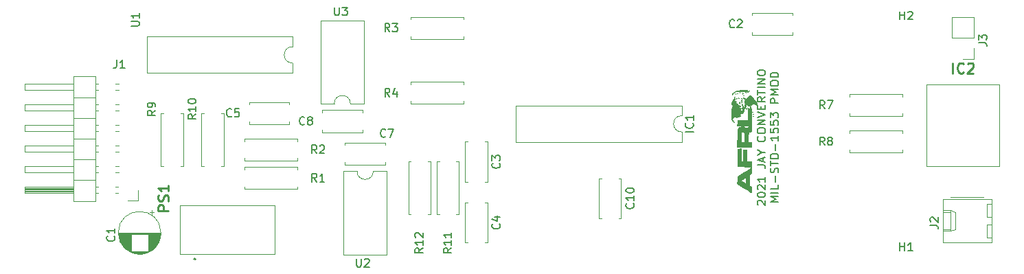
<source format=gbr>
G04 #@! TF.GenerationSoftware,KiCad,Pcbnew,7.0.11+dfsg-1build4*
G04 #@! TF.CreationDate,2025-06-25T18:53:50-04:00*
G04 #@! TF.ProjectId,pmod_1553,706d6f64-5f31-4353-9533-2e6b69636164,rev?*
G04 #@! TF.SameCoordinates,Original*
G04 #@! TF.FileFunction,Legend,Top*
G04 #@! TF.FilePolarity,Positive*
%FSLAX46Y46*%
G04 Gerber Fmt 4.6, Leading zero omitted, Abs format (unit mm)*
G04 Created by KiCad (PCBNEW 7.0.11+dfsg-1build4) date 2025-06-25 18:53:50*
%MOMM*%
%LPD*%
G01*
G04 APERTURE LIST*
%ADD10C,0.150000*%
%ADD11C,0.254000*%
%ADD12C,0.120000*%
%ADD13C,0.010000*%
%ADD14C,0.200000*%
%ADD15C,0.100000*%
G04 APERTURE END LIST*
D10*
X178745057Y-100309523D02*
X178697438Y-100261904D01*
X178697438Y-100261904D02*
X178649819Y-100166666D01*
X178649819Y-100166666D02*
X178649819Y-99928571D01*
X178649819Y-99928571D02*
X178697438Y-99833333D01*
X178697438Y-99833333D02*
X178745057Y-99785714D01*
X178745057Y-99785714D02*
X178840295Y-99738095D01*
X178840295Y-99738095D02*
X178935533Y-99738095D01*
X178935533Y-99738095D02*
X179078390Y-99785714D01*
X179078390Y-99785714D02*
X179649819Y-100357142D01*
X179649819Y-100357142D02*
X179649819Y-99738095D01*
X178649819Y-99119047D02*
X178649819Y-99023809D01*
X178649819Y-99023809D02*
X178697438Y-98928571D01*
X178697438Y-98928571D02*
X178745057Y-98880952D01*
X178745057Y-98880952D02*
X178840295Y-98833333D01*
X178840295Y-98833333D02*
X179030771Y-98785714D01*
X179030771Y-98785714D02*
X179268866Y-98785714D01*
X179268866Y-98785714D02*
X179459342Y-98833333D01*
X179459342Y-98833333D02*
X179554580Y-98880952D01*
X179554580Y-98880952D02*
X179602200Y-98928571D01*
X179602200Y-98928571D02*
X179649819Y-99023809D01*
X179649819Y-99023809D02*
X179649819Y-99119047D01*
X179649819Y-99119047D02*
X179602200Y-99214285D01*
X179602200Y-99214285D02*
X179554580Y-99261904D01*
X179554580Y-99261904D02*
X179459342Y-99309523D01*
X179459342Y-99309523D02*
X179268866Y-99357142D01*
X179268866Y-99357142D02*
X179030771Y-99357142D01*
X179030771Y-99357142D02*
X178840295Y-99309523D01*
X178840295Y-99309523D02*
X178745057Y-99261904D01*
X178745057Y-99261904D02*
X178697438Y-99214285D01*
X178697438Y-99214285D02*
X178649819Y-99119047D01*
X178745057Y-98404761D02*
X178697438Y-98357142D01*
X178697438Y-98357142D02*
X178649819Y-98261904D01*
X178649819Y-98261904D02*
X178649819Y-98023809D01*
X178649819Y-98023809D02*
X178697438Y-97928571D01*
X178697438Y-97928571D02*
X178745057Y-97880952D01*
X178745057Y-97880952D02*
X178840295Y-97833333D01*
X178840295Y-97833333D02*
X178935533Y-97833333D01*
X178935533Y-97833333D02*
X179078390Y-97880952D01*
X179078390Y-97880952D02*
X179649819Y-98452380D01*
X179649819Y-98452380D02*
X179649819Y-97833333D01*
X179649819Y-96880952D02*
X179649819Y-97452380D01*
X179649819Y-97166666D02*
X178649819Y-97166666D01*
X178649819Y-97166666D02*
X178792676Y-97261904D01*
X178792676Y-97261904D02*
X178887914Y-97357142D01*
X178887914Y-97357142D02*
X178935533Y-97452380D01*
X178649819Y-95404761D02*
X179364104Y-95404761D01*
X179364104Y-95404761D02*
X179506961Y-95452380D01*
X179506961Y-95452380D02*
X179602200Y-95547618D01*
X179602200Y-95547618D02*
X179649819Y-95690475D01*
X179649819Y-95690475D02*
X179649819Y-95785713D01*
X179364104Y-94976189D02*
X179364104Y-94499999D01*
X179649819Y-95071427D02*
X178649819Y-94738094D01*
X178649819Y-94738094D02*
X179649819Y-94404761D01*
X179173628Y-93880951D02*
X179649819Y-93880951D01*
X178649819Y-94214284D02*
X179173628Y-93880951D01*
X179173628Y-93880951D02*
X178649819Y-93547618D01*
X179554580Y-91880951D02*
X179602200Y-91928570D01*
X179602200Y-91928570D02*
X179649819Y-92071427D01*
X179649819Y-92071427D02*
X179649819Y-92166665D01*
X179649819Y-92166665D02*
X179602200Y-92309522D01*
X179602200Y-92309522D02*
X179506961Y-92404760D01*
X179506961Y-92404760D02*
X179411723Y-92452379D01*
X179411723Y-92452379D02*
X179221247Y-92499998D01*
X179221247Y-92499998D02*
X179078390Y-92499998D01*
X179078390Y-92499998D02*
X178887914Y-92452379D01*
X178887914Y-92452379D02*
X178792676Y-92404760D01*
X178792676Y-92404760D02*
X178697438Y-92309522D01*
X178697438Y-92309522D02*
X178649819Y-92166665D01*
X178649819Y-92166665D02*
X178649819Y-92071427D01*
X178649819Y-92071427D02*
X178697438Y-91928570D01*
X178697438Y-91928570D02*
X178745057Y-91880951D01*
X178649819Y-91261903D02*
X178649819Y-91071427D01*
X178649819Y-91071427D02*
X178697438Y-90976189D01*
X178697438Y-90976189D02*
X178792676Y-90880951D01*
X178792676Y-90880951D02*
X178983152Y-90833332D01*
X178983152Y-90833332D02*
X179316485Y-90833332D01*
X179316485Y-90833332D02*
X179506961Y-90880951D01*
X179506961Y-90880951D02*
X179602200Y-90976189D01*
X179602200Y-90976189D02*
X179649819Y-91071427D01*
X179649819Y-91071427D02*
X179649819Y-91261903D01*
X179649819Y-91261903D02*
X179602200Y-91357141D01*
X179602200Y-91357141D02*
X179506961Y-91452379D01*
X179506961Y-91452379D02*
X179316485Y-91499998D01*
X179316485Y-91499998D02*
X178983152Y-91499998D01*
X178983152Y-91499998D02*
X178792676Y-91452379D01*
X178792676Y-91452379D02*
X178697438Y-91357141D01*
X178697438Y-91357141D02*
X178649819Y-91261903D01*
X179649819Y-90404760D02*
X178649819Y-90404760D01*
X178649819Y-90404760D02*
X179649819Y-89833332D01*
X179649819Y-89833332D02*
X178649819Y-89833332D01*
X178649819Y-89499998D02*
X179649819Y-89166665D01*
X179649819Y-89166665D02*
X178649819Y-88833332D01*
X179126009Y-88499998D02*
X179126009Y-88166665D01*
X179649819Y-88023808D02*
X179649819Y-88499998D01*
X179649819Y-88499998D02*
X178649819Y-88499998D01*
X178649819Y-88499998D02*
X178649819Y-88023808D01*
X179649819Y-87023808D02*
X179173628Y-87357141D01*
X179649819Y-87595236D02*
X178649819Y-87595236D01*
X178649819Y-87595236D02*
X178649819Y-87214284D01*
X178649819Y-87214284D02*
X178697438Y-87119046D01*
X178697438Y-87119046D02*
X178745057Y-87071427D01*
X178745057Y-87071427D02*
X178840295Y-87023808D01*
X178840295Y-87023808D02*
X178983152Y-87023808D01*
X178983152Y-87023808D02*
X179078390Y-87071427D01*
X179078390Y-87071427D02*
X179126009Y-87119046D01*
X179126009Y-87119046D02*
X179173628Y-87214284D01*
X179173628Y-87214284D02*
X179173628Y-87595236D01*
X178649819Y-86738093D02*
X178649819Y-86166665D01*
X179649819Y-86452379D02*
X178649819Y-86452379D01*
X179649819Y-85833331D02*
X178649819Y-85833331D01*
X179649819Y-85357141D02*
X178649819Y-85357141D01*
X178649819Y-85357141D02*
X179649819Y-84785713D01*
X179649819Y-84785713D02*
X178649819Y-84785713D01*
X178649819Y-84119046D02*
X178649819Y-83928570D01*
X178649819Y-83928570D02*
X178697438Y-83833332D01*
X178697438Y-83833332D02*
X178792676Y-83738094D01*
X178792676Y-83738094D02*
X178983152Y-83690475D01*
X178983152Y-83690475D02*
X179316485Y-83690475D01*
X179316485Y-83690475D02*
X179506961Y-83738094D01*
X179506961Y-83738094D02*
X179602200Y-83833332D01*
X179602200Y-83833332D02*
X179649819Y-83928570D01*
X179649819Y-83928570D02*
X179649819Y-84119046D01*
X179649819Y-84119046D02*
X179602200Y-84214284D01*
X179602200Y-84214284D02*
X179506961Y-84309522D01*
X179506961Y-84309522D02*
X179316485Y-84357141D01*
X179316485Y-84357141D02*
X178983152Y-84357141D01*
X178983152Y-84357141D02*
X178792676Y-84309522D01*
X178792676Y-84309522D02*
X178697438Y-84214284D01*
X178697438Y-84214284D02*
X178649819Y-84119046D01*
X181259819Y-99952380D02*
X180259819Y-99952380D01*
X180259819Y-99952380D02*
X180974104Y-99619047D01*
X180974104Y-99619047D02*
X180259819Y-99285714D01*
X180259819Y-99285714D02*
X181259819Y-99285714D01*
X181259819Y-98809523D02*
X180259819Y-98809523D01*
X181259819Y-97857143D02*
X181259819Y-98333333D01*
X181259819Y-98333333D02*
X180259819Y-98333333D01*
X180878866Y-97523809D02*
X180878866Y-96761905D01*
X181212200Y-96333333D02*
X181259819Y-96190476D01*
X181259819Y-96190476D02*
X181259819Y-95952381D01*
X181259819Y-95952381D02*
X181212200Y-95857143D01*
X181212200Y-95857143D02*
X181164580Y-95809524D01*
X181164580Y-95809524D02*
X181069342Y-95761905D01*
X181069342Y-95761905D02*
X180974104Y-95761905D01*
X180974104Y-95761905D02*
X180878866Y-95809524D01*
X180878866Y-95809524D02*
X180831247Y-95857143D01*
X180831247Y-95857143D02*
X180783628Y-95952381D01*
X180783628Y-95952381D02*
X180736009Y-96142857D01*
X180736009Y-96142857D02*
X180688390Y-96238095D01*
X180688390Y-96238095D02*
X180640771Y-96285714D01*
X180640771Y-96285714D02*
X180545533Y-96333333D01*
X180545533Y-96333333D02*
X180450295Y-96333333D01*
X180450295Y-96333333D02*
X180355057Y-96285714D01*
X180355057Y-96285714D02*
X180307438Y-96238095D01*
X180307438Y-96238095D02*
X180259819Y-96142857D01*
X180259819Y-96142857D02*
X180259819Y-95904762D01*
X180259819Y-95904762D02*
X180307438Y-95761905D01*
X180259819Y-95476190D02*
X180259819Y-94904762D01*
X181259819Y-95190476D02*
X180259819Y-95190476D01*
X181259819Y-94571428D02*
X180259819Y-94571428D01*
X180259819Y-94571428D02*
X180259819Y-94333333D01*
X180259819Y-94333333D02*
X180307438Y-94190476D01*
X180307438Y-94190476D02*
X180402676Y-94095238D01*
X180402676Y-94095238D02*
X180497914Y-94047619D01*
X180497914Y-94047619D02*
X180688390Y-94000000D01*
X180688390Y-94000000D02*
X180831247Y-94000000D01*
X180831247Y-94000000D02*
X181021723Y-94047619D01*
X181021723Y-94047619D02*
X181116961Y-94095238D01*
X181116961Y-94095238D02*
X181212200Y-94190476D01*
X181212200Y-94190476D02*
X181259819Y-94333333D01*
X181259819Y-94333333D02*
X181259819Y-94571428D01*
X180878866Y-93571428D02*
X180878866Y-92809524D01*
X181259819Y-91809524D02*
X181259819Y-92380952D01*
X181259819Y-92095238D02*
X180259819Y-92095238D01*
X180259819Y-92095238D02*
X180402676Y-92190476D01*
X180402676Y-92190476D02*
X180497914Y-92285714D01*
X180497914Y-92285714D02*
X180545533Y-92380952D01*
X180259819Y-90904762D02*
X180259819Y-91380952D01*
X180259819Y-91380952D02*
X180736009Y-91428571D01*
X180736009Y-91428571D02*
X180688390Y-91380952D01*
X180688390Y-91380952D02*
X180640771Y-91285714D01*
X180640771Y-91285714D02*
X180640771Y-91047619D01*
X180640771Y-91047619D02*
X180688390Y-90952381D01*
X180688390Y-90952381D02*
X180736009Y-90904762D01*
X180736009Y-90904762D02*
X180831247Y-90857143D01*
X180831247Y-90857143D02*
X181069342Y-90857143D01*
X181069342Y-90857143D02*
X181164580Y-90904762D01*
X181164580Y-90904762D02*
X181212200Y-90952381D01*
X181212200Y-90952381D02*
X181259819Y-91047619D01*
X181259819Y-91047619D02*
X181259819Y-91285714D01*
X181259819Y-91285714D02*
X181212200Y-91380952D01*
X181212200Y-91380952D02*
X181164580Y-91428571D01*
X180259819Y-89952381D02*
X180259819Y-90428571D01*
X180259819Y-90428571D02*
X180736009Y-90476190D01*
X180736009Y-90476190D02*
X180688390Y-90428571D01*
X180688390Y-90428571D02*
X180640771Y-90333333D01*
X180640771Y-90333333D02*
X180640771Y-90095238D01*
X180640771Y-90095238D02*
X180688390Y-90000000D01*
X180688390Y-90000000D02*
X180736009Y-89952381D01*
X180736009Y-89952381D02*
X180831247Y-89904762D01*
X180831247Y-89904762D02*
X181069342Y-89904762D01*
X181069342Y-89904762D02*
X181164580Y-89952381D01*
X181164580Y-89952381D02*
X181212200Y-90000000D01*
X181212200Y-90000000D02*
X181259819Y-90095238D01*
X181259819Y-90095238D02*
X181259819Y-90333333D01*
X181259819Y-90333333D02*
X181212200Y-90428571D01*
X181212200Y-90428571D02*
X181164580Y-90476190D01*
X180259819Y-89571428D02*
X180259819Y-88952381D01*
X180259819Y-88952381D02*
X180640771Y-89285714D01*
X180640771Y-89285714D02*
X180640771Y-89142857D01*
X180640771Y-89142857D02*
X180688390Y-89047619D01*
X180688390Y-89047619D02*
X180736009Y-89000000D01*
X180736009Y-89000000D02*
X180831247Y-88952381D01*
X180831247Y-88952381D02*
X181069342Y-88952381D01*
X181069342Y-88952381D02*
X181164580Y-89000000D01*
X181164580Y-89000000D02*
X181212200Y-89047619D01*
X181212200Y-89047619D02*
X181259819Y-89142857D01*
X181259819Y-89142857D02*
X181259819Y-89428571D01*
X181259819Y-89428571D02*
X181212200Y-89523809D01*
X181212200Y-89523809D02*
X181164580Y-89571428D01*
X181259819Y-87761904D02*
X180259819Y-87761904D01*
X180259819Y-87761904D02*
X180259819Y-87380952D01*
X180259819Y-87380952D02*
X180307438Y-87285714D01*
X180307438Y-87285714D02*
X180355057Y-87238095D01*
X180355057Y-87238095D02*
X180450295Y-87190476D01*
X180450295Y-87190476D02*
X180593152Y-87190476D01*
X180593152Y-87190476D02*
X180688390Y-87238095D01*
X180688390Y-87238095D02*
X180736009Y-87285714D01*
X180736009Y-87285714D02*
X180783628Y-87380952D01*
X180783628Y-87380952D02*
X180783628Y-87761904D01*
X181259819Y-86761904D02*
X180259819Y-86761904D01*
X180259819Y-86761904D02*
X180974104Y-86428571D01*
X180974104Y-86428571D02*
X180259819Y-86095238D01*
X180259819Y-86095238D02*
X181259819Y-86095238D01*
X180259819Y-85428571D02*
X180259819Y-85238095D01*
X180259819Y-85238095D02*
X180307438Y-85142857D01*
X180307438Y-85142857D02*
X180402676Y-85047619D01*
X180402676Y-85047619D02*
X180593152Y-85000000D01*
X180593152Y-85000000D02*
X180926485Y-85000000D01*
X180926485Y-85000000D02*
X181116961Y-85047619D01*
X181116961Y-85047619D02*
X181212200Y-85142857D01*
X181212200Y-85142857D02*
X181259819Y-85238095D01*
X181259819Y-85238095D02*
X181259819Y-85428571D01*
X181259819Y-85428571D02*
X181212200Y-85523809D01*
X181212200Y-85523809D02*
X181116961Y-85619047D01*
X181116961Y-85619047D02*
X180926485Y-85666666D01*
X180926485Y-85666666D02*
X180593152Y-85666666D01*
X180593152Y-85666666D02*
X180402676Y-85619047D01*
X180402676Y-85619047D02*
X180307438Y-85523809D01*
X180307438Y-85523809D02*
X180259819Y-85428571D01*
X181259819Y-84571428D02*
X180259819Y-84571428D01*
X180259819Y-84571428D02*
X180259819Y-84333333D01*
X180259819Y-84333333D02*
X180307438Y-84190476D01*
X180307438Y-84190476D02*
X180402676Y-84095238D01*
X180402676Y-84095238D02*
X180497914Y-84047619D01*
X180497914Y-84047619D02*
X180688390Y-84000000D01*
X180688390Y-84000000D02*
X180831247Y-84000000D01*
X180831247Y-84000000D02*
X181021723Y-84047619D01*
X181021723Y-84047619D02*
X181116961Y-84095238D01*
X181116961Y-84095238D02*
X181212200Y-84190476D01*
X181212200Y-84190476D02*
X181259819Y-84333333D01*
X181259819Y-84333333D02*
X181259819Y-84571428D01*
X170784819Y-91286189D02*
X169784819Y-91286189D01*
X170689580Y-90238571D02*
X170737200Y-90286190D01*
X170737200Y-90286190D02*
X170784819Y-90429047D01*
X170784819Y-90429047D02*
X170784819Y-90524285D01*
X170784819Y-90524285D02*
X170737200Y-90667142D01*
X170737200Y-90667142D02*
X170641961Y-90762380D01*
X170641961Y-90762380D02*
X170546723Y-90809999D01*
X170546723Y-90809999D02*
X170356247Y-90857618D01*
X170356247Y-90857618D02*
X170213390Y-90857618D01*
X170213390Y-90857618D02*
X170022914Y-90809999D01*
X170022914Y-90809999D02*
X169927676Y-90762380D01*
X169927676Y-90762380D02*
X169832438Y-90667142D01*
X169832438Y-90667142D02*
X169784819Y-90524285D01*
X169784819Y-90524285D02*
X169784819Y-90429047D01*
X169784819Y-90429047D02*
X169832438Y-90286190D01*
X169832438Y-90286190D02*
X169880057Y-90238571D01*
X170784819Y-89286190D02*
X170784819Y-89857618D01*
X170784819Y-89571904D02*
X169784819Y-89571904D01*
X169784819Y-89571904D02*
X169927676Y-89667142D01*
X169927676Y-89667142D02*
X170022914Y-89762380D01*
X170022914Y-89762380D02*
X170070533Y-89857618D01*
X163359580Y-100142857D02*
X163407200Y-100190476D01*
X163407200Y-100190476D02*
X163454819Y-100333333D01*
X163454819Y-100333333D02*
X163454819Y-100428571D01*
X163454819Y-100428571D02*
X163407200Y-100571428D01*
X163407200Y-100571428D02*
X163311961Y-100666666D01*
X163311961Y-100666666D02*
X163216723Y-100714285D01*
X163216723Y-100714285D02*
X163026247Y-100761904D01*
X163026247Y-100761904D02*
X162883390Y-100761904D01*
X162883390Y-100761904D02*
X162692914Y-100714285D01*
X162692914Y-100714285D02*
X162597676Y-100666666D01*
X162597676Y-100666666D02*
X162502438Y-100571428D01*
X162502438Y-100571428D02*
X162454819Y-100428571D01*
X162454819Y-100428571D02*
X162454819Y-100333333D01*
X162454819Y-100333333D02*
X162502438Y-100190476D01*
X162502438Y-100190476D02*
X162550057Y-100142857D01*
X163454819Y-99190476D02*
X163454819Y-99761904D01*
X163454819Y-99476190D02*
X162454819Y-99476190D01*
X162454819Y-99476190D02*
X162597676Y-99571428D01*
X162597676Y-99571428D02*
X162692914Y-99666666D01*
X162692914Y-99666666D02*
X162740533Y-99761904D01*
X162454819Y-98571428D02*
X162454819Y-98476190D01*
X162454819Y-98476190D02*
X162502438Y-98380952D01*
X162502438Y-98380952D02*
X162550057Y-98333333D01*
X162550057Y-98333333D02*
X162645295Y-98285714D01*
X162645295Y-98285714D02*
X162835771Y-98238095D01*
X162835771Y-98238095D02*
X163073866Y-98238095D01*
X163073866Y-98238095D02*
X163264342Y-98285714D01*
X163264342Y-98285714D02*
X163359580Y-98333333D01*
X163359580Y-98333333D02*
X163407200Y-98380952D01*
X163407200Y-98380952D02*
X163454819Y-98476190D01*
X163454819Y-98476190D02*
X163454819Y-98571428D01*
X163454819Y-98571428D02*
X163407200Y-98666666D01*
X163407200Y-98666666D02*
X163359580Y-98714285D01*
X163359580Y-98714285D02*
X163264342Y-98761904D01*
X163264342Y-98761904D02*
X163073866Y-98809523D01*
X163073866Y-98809523D02*
X162835771Y-98809523D01*
X162835771Y-98809523D02*
X162645295Y-98761904D01*
X162645295Y-98761904D02*
X162550057Y-98714285D01*
X162550057Y-98714285D02*
X162502438Y-98666666D01*
X162502438Y-98666666D02*
X162454819Y-98571428D01*
X101454819Y-78261904D02*
X102264342Y-78261904D01*
X102264342Y-78261904D02*
X102359580Y-78214285D01*
X102359580Y-78214285D02*
X102407200Y-78166666D01*
X102407200Y-78166666D02*
X102454819Y-78071428D01*
X102454819Y-78071428D02*
X102454819Y-77880952D01*
X102454819Y-77880952D02*
X102407200Y-77785714D01*
X102407200Y-77785714D02*
X102359580Y-77738095D01*
X102359580Y-77738095D02*
X102264342Y-77690476D01*
X102264342Y-77690476D02*
X101454819Y-77690476D01*
X102454819Y-76690476D02*
X102454819Y-77261904D01*
X102454819Y-76976190D02*
X101454819Y-76976190D01*
X101454819Y-76976190D02*
X101597676Y-77071428D01*
X101597676Y-77071428D02*
X101692914Y-77166666D01*
X101692914Y-77166666D02*
X101740533Y-77261904D01*
X113833333Y-89359580D02*
X113785714Y-89407200D01*
X113785714Y-89407200D02*
X113642857Y-89454819D01*
X113642857Y-89454819D02*
X113547619Y-89454819D01*
X113547619Y-89454819D02*
X113404762Y-89407200D01*
X113404762Y-89407200D02*
X113309524Y-89311961D01*
X113309524Y-89311961D02*
X113261905Y-89216723D01*
X113261905Y-89216723D02*
X113214286Y-89026247D01*
X113214286Y-89026247D02*
X113214286Y-88883390D01*
X113214286Y-88883390D02*
X113261905Y-88692914D01*
X113261905Y-88692914D02*
X113309524Y-88597676D01*
X113309524Y-88597676D02*
X113404762Y-88502438D01*
X113404762Y-88502438D02*
X113547619Y-88454819D01*
X113547619Y-88454819D02*
X113642857Y-88454819D01*
X113642857Y-88454819D02*
X113785714Y-88502438D01*
X113785714Y-88502438D02*
X113833333Y-88550057D01*
X114738095Y-88454819D02*
X114261905Y-88454819D01*
X114261905Y-88454819D02*
X114214286Y-88931009D01*
X114214286Y-88931009D02*
X114261905Y-88883390D01*
X114261905Y-88883390D02*
X114357143Y-88835771D01*
X114357143Y-88835771D02*
X114595238Y-88835771D01*
X114595238Y-88835771D02*
X114690476Y-88883390D01*
X114690476Y-88883390D02*
X114738095Y-88931009D01*
X114738095Y-88931009D02*
X114785714Y-89026247D01*
X114785714Y-89026247D02*
X114785714Y-89264342D01*
X114785714Y-89264342D02*
X114738095Y-89359580D01*
X114738095Y-89359580D02*
X114690476Y-89407200D01*
X114690476Y-89407200D02*
X114595238Y-89454819D01*
X114595238Y-89454819D02*
X114357143Y-89454819D01*
X114357143Y-89454819D02*
X114261905Y-89407200D01*
X114261905Y-89407200D02*
X114214286Y-89359580D01*
X205954819Y-80333333D02*
X206669104Y-80333333D01*
X206669104Y-80333333D02*
X206811961Y-80380952D01*
X206811961Y-80380952D02*
X206907200Y-80476190D01*
X206907200Y-80476190D02*
X206954819Y-80619047D01*
X206954819Y-80619047D02*
X206954819Y-80714285D01*
X205954819Y-79952380D02*
X205954819Y-79333333D01*
X205954819Y-79333333D02*
X206335771Y-79666666D01*
X206335771Y-79666666D02*
X206335771Y-79523809D01*
X206335771Y-79523809D02*
X206383390Y-79428571D01*
X206383390Y-79428571D02*
X206431009Y-79380952D01*
X206431009Y-79380952D02*
X206526247Y-79333333D01*
X206526247Y-79333333D02*
X206764342Y-79333333D01*
X206764342Y-79333333D02*
X206859580Y-79380952D01*
X206859580Y-79380952D02*
X206907200Y-79428571D01*
X206907200Y-79428571D02*
X206954819Y-79523809D01*
X206954819Y-79523809D02*
X206954819Y-79809523D01*
X206954819Y-79809523D02*
X206907200Y-79904761D01*
X206907200Y-79904761D02*
X206859580Y-79952380D01*
X199954819Y-102833333D02*
X200669104Y-102833333D01*
X200669104Y-102833333D02*
X200811961Y-102880952D01*
X200811961Y-102880952D02*
X200907200Y-102976190D01*
X200907200Y-102976190D02*
X200954819Y-103119047D01*
X200954819Y-103119047D02*
X200954819Y-103214285D01*
X200050057Y-102404761D02*
X200002438Y-102357142D01*
X200002438Y-102357142D02*
X199954819Y-102261904D01*
X199954819Y-102261904D02*
X199954819Y-102023809D01*
X199954819Y-102023809D02*
X200002438Y-101928571D01*
X200002438Y-101928571D02*
X200050057Y-101880952D01*
X200050057Y-101880952D02*
X200145295Y-101833333D01*
X200145295Y-101833333D02*
X200240533Y-101833333D01*
X200240533Y-101833333D02*
X200383390Y-101880952D01*
X200383390Y-101880952D02*
X200954819Y-102452380D01*
X200954819Y-102452380D02*
X200954819Y-101833333D01*
X175833333Y-78359580D02*
X175785714Y-78407200D01*
X175785714Y-78407200D02*
X175642857Y-78454819D01*
X175642857Y-78454819D02*
X175547619Y-78454819D01*
X175547619Y-78454819D02*
X175404762Y-78407200D01*
X175404762Y-78407200D02*
X175309524Y-78311961D01*
X175309524Y-78311961D02*
X175261905Y-78216723D01*
X175261905Y-78216723D02*
X175214286Y-78026247D01*
X175214286Y-78026247D02*
X175214286Y-77883390D01*
X175214286Y-77883390D02*
X175261905Y-77692914D01*
X175261905Y-77692914D02*
X175309524Y-77597676D01*
X175309524Y-77597676D02*
X175404762Y-77502438D01*
X175404762Y-77502438D02*
X175547619Y-77454819D01*
X175547619Y-77454819D02*
X175642857Y-77454819D01*
X175642857Y-77454819D02*
X175785714Y-77502438D01*
X175785714Y-77502438D02*
X175833333Y-77550057D01*
X176214286Y-77550057D02*
X176261905Y-77502438D01*
X176261905Y-77502438D02*
X176357143Y-77454819D01*
X176357143Y-77454819D02*
X176595238Y-77454819D01*
X176595238Y-77454819D02*
X176690476Y-77502438D01*
X176690476Y-77502438D02*
X176738095Y-77550057D01*
X176738095Y-77550057D02*
X176785714Y-77645295D01*
X176785714Y-77645295D02*
X176785714Y-77740533D01*
X176785714Y-77740533D02*
X176738095Y-77883390D01*
X176738095Y-77883390D02*
X176166667Y-78454819D01*
X176166667Y-78454819D02*
X176785714Y-78454819D01*
X196238095Y-77454819D02*
X196238095Y-76454819D01*
X196238095Y-76931009D02*
X196809523Y-76931009D01*
X196809523Y-77454819D02*
X196809523Y-76454819D01*
X197238095Y-76550057D02*
X197285714Y-76502438D01*
X197285714Y-76502438D02*
X197380952Y-76454819D01*
X197380952Y-76454819D02*
X197619047Y-76454819D01*
X197619047Y-76454819D02*
X197714285Y-76502438D01*
X197714285Y-76502438D02*
X197761904Y-76550057D01*
X197761904Y-76550057D02*
X197809523Y-76645295D01*
X197809523Y-76645295D02*
X197809523Y-76740533D01*
X197809523Y-76740533D02*
X197761904Y-76883390D01*
X197761904Y-76883390D02*
X197190476Y-77454819D01*
X197190476Y-77454819D02*
X197809523Y-77454819D01*
X196238095Y-105954819D02*
X196238095Y-104954819D01*
X196238095Y-105431009D02*
X196809523Y-105431009D01*
X196809523Y-105954819D02*
X196809523Y-104954819D01*
X197809523Y-105954819D02*
X197238095Y-105954819D01*
X197523809Y-105954819D02*
X197523809Y-104954819D01*
X197523809Y-104954819D02*
X197428571Y-105097676D01*
X197428571Y-105097676D02*
X197333333Y-105192914D01*
X197333333Y-105192914D02*
X197238095Y-105240533D01*
X122833333Y-90359580D02*
X122785714Y-90407200D01*
X122785714Y-90407200D02*
X122642857Y-90454819D01*
X122642857Y-90454819D02*
X122547619Y-90454819D01*
X122547619Y-90454819D02*
X122404762Y-90407200D01*
X122404762Y-90407200D02*
X122309524Y-90311961D01*
X122309524Y-90311961D02*
X122261905Y-90216723D01*
X122261905Y-90216723D02*
X122214286Y-90026247D01*
X122214286Y-90026247D02*
X122214286Y-89883390D01*
X122214286Y-89883390D02*
X122261905Y-89692914D01*
X122261905Y-89692914D02*
X122309524Y-89597676D01*
X122309524Y-89597676D02*
X122404762Y-89502438D01*
X122404762Y-89502438D02*
X122547619Y-89454819D01*
X122547619Y-89454819D02*
X122642857Y-89454819D01*
X122642857Y-89454819D02*
X122785714Y-89502438D01*
X122785714Y-89502438D02*
X122833333Y-89550057D01*
X123404762Y-89883390D02*
X123309524Y-89835771D01*
X123309524Y-89835771D02*
X123261905Y-89788152D01*
X123261905Y-89788152D02*
X123214286Y-89692914D01*
X123214286Y-89692914D02*
X123214286Y-89645295D01*
X123214286Y-89645295D02*
X123261905Y-89550057D01*
X123261905Y-89550057D02*
X123309524Y-89502438D01*
X123309524Y-89502438D02*
X123404762Y-89454819D01*
X123404762Y-89454819D02*
X123595238Y-89454819D01*
X123595238Y-89454819D02*
X123690476Y-89502438D01*
X123690476Y-89502438D02*
X123738095Y-89550057D01*
X123738095Y-89550057D02*
X123785714Y-89645295D01*
X123785714Y-89645295D02*
X123785714Y-89692914D01*
X123785714Y-89692914D02*
X123738095Y-89788152D01*
X123738095Y-89788152D02*
X123690476Y-89835771D01*
X123690476Y-89835771D02*
X123595238Y-89883390D01*
X123595238Y-89883390D02*
X123404762Y-89883390D01*
X123404762Y-89883390D02*
X123309524Y-89931009D01*
X123309524Y-89931009D02*
X123261905Y-89978628D01*
X123261905Y-89978628D02*
X123214286Y-90073866D01*
X123214286Y-90073866D02*
X123214286Y-90264342D01*
X123214286Y-90264342D02*
X123261905Y-90359580D01*
X123261905Y-90359580D02*
X123309524Y-90407200D01*
X123309524Y-90407200D02*
X123404762Y-90454819D01*
X123404762Y-90454819D02*
X123595238Y-90454819D01*
X123595238Y-90454819D02*
X123690476Y-90407200D01*
X123690476Y-90407200D02*
X123738095Y-90359580D01*
X123738095Y-90359580D02*
X123785714Y-90264342D01*
X123785714Y-90264342D02*
X123785714Y-90073866D01*
X123785714Y-90073866D02*
X123738095Y-89978628D01*
X123738095Y-89978628D02*
X123690476Y-89931009D01*
X123690476Y-89931009D02*
X123595238Y-89883390D01*
X132833333Y-91859580D02*
X132785714Y-91907200D01*
X132785714Y-91907200D02*
X132642857Y-91954819D01*
X132642857Y-91954819D02*
X132547619Y-91954819D01*
X132547619Y-91954819D02*
X132404762Y-91907200D01*
X132404762Y-91907200D02*
X132309524Y-91811961D01*
X132309524Y-91811961D02*
X132261905Y-91716723D01*
X132261905Y-91716723D02*
X132214286Y-91526247D01*
X132214286Y-91526247D02*
X132214286Y-91383390D01*
X132214286Y-91383390D02*
X132261905Y-91192914D01*
X132261905Y-91192914D02*
X132309524Y-91097676D01*
X132309524Y-91097676D02*
X132404762Y-91002438D01*
X132404762Y-91002438D02*
X132547619Y-90954819D01*
X132547619Y-90954819D02*
X132642857Y-90954819D01*
X132642857Y-90954819D02*
X132785714Y-91002438D01*
X132785714Y-91002438D02*
X132833333Y-91050057D01*
X133166667Y-90954819D02*
X133833333Y-90954819D01*
X133833333Y-90954819D02*
X133404762Y-91954819D01*
X146859580Y-102666666D02*
X146907200Y-102714285D01*
X146907200Y-102714285D02*
X146954819Y-102857142D01*
X146954819Y-102857142D02*
X146954819Y-102952380D01*
X146954819Y-102952380D02*
X146907200Y-103095237D01*
X146907200Y-103095237D02*
X146811961Y-103190475D01*
X146811961Y-103190475D02*
X146716723Y-103238094D01*
X146716723Y-103238094D02*
X146526247Y-103285713D01*
X146526247Y-103285713D02*
X146383390Y-103285713D01*
X146383390Y-103285713D02*
X146192914Y-103238094D01*
X146192914Y-103238094D02*
X146097676Y-103190475D01*
X146097676Y-103190475D02*
X146002438Y-103095237D01*
X146002438Y-103095237D02*
X145954819Y-102952380D01*
X145954819Y-102952380D02*
X145954819Y-102857142D01*
X145954819Y-102857142D02*
X146002438Y-102714285D01*
X146002438Y-102714285D02*
X146050057Y-102666666D01*
X146288152Y-101809523D02*
X146954819Y-101809523D01*
X145907200Y-102047618D02*
X146621485Y-102285713D01*
X146621485Y-102285713D02*
X146621485Y-101666666D01*
X146859580Y-95166666D02*
X146907200Y-95214285D01*
X146907200Y-95214285D02*
X146954819Y-95357142D01*
X146954819Y-95357142D02*
X146954819Y-95452380D01*
X146954819Y-95452380D02*
X146907200Y-95595237D01*
X146907200Y-95595237D02*
X146811961Y-95690475D01*
X146811961Y-95690475D02*
X146716723Y-95738094D01*
X146716723Y-95738094D02*
X146526247Y-95785713D01*
X146526247Y-95785713D02*
X146383390Y-95785713D01*
X146383390Y-95785713D02*
X146192914Y-95738094D01*
X146192914Y-95738094D02*
X146097676Y-95690475D01*
X146097676Y-95690475D02*
X146002438Y-95595237D01*
X146002438Y-95595237D02*
X145954819Y-95452380D01*
X145954819Y-95452380D02*
X145954819Y-95357142D01*
X145954819Y-95357142D02*
X146002438Y-95214285D01*
X146002438Y-95214285D02*
X146050057Y-95166666D01*
X145954819Y-94833332D02*
X145954819Y-94214285D01*
X145954819Y-94214285D02*
X146335771Y-94547618D01*
X146335771Y-94547618D02*
X146335771Y-94404761D01*
X146335771Y-94404761D02*
X146383390Y-94309523D01*
X146383390Y-94309523D02*
X146431009Y-94261904D01*
X146431009Y-94261904D02*
X146526247Y-94214285D01*
X146526247Y-94214285D02*
X146764342Y-94214285D01*
X146764342Y-94214285D02*
X146859580Y-94261904D01*
X146859580Y-94261904D02*
X146907200Y-94309523D01*
X146907200Y-94309523D02*
X146954819Y-94404761D01*
X146954819Y-94404761D02*
X146954819Y-94690475D01*
X146954819Y-94690475D02*
X146907200Y-94785713D01*
X146907200Y-94785713D02*
X146859580Y-94833332D01*
X137454819Y-105642857D02*
X136978628Y-105976190D01*
X137454819Y-106214285D02*
X136454819Y-106214285D01*
X136454819Y-106214285D02*
X136454819Y-105833333D01*
X136454819Y-105833333D02*
X136502438Y-105738095D01*
X136502438Y-105738095D02*
X136550057Y-105690476D01*
X136550057Y-105690476D02*
X136645295Y-105642857D01*
X136645295Y-105642857D02*
X136788152Y-105642857D01*
X136788152Y-105642857D02*
X136883390Y-105690476D01*
X136883390Y-105690476D02*
X136931009Y-105738095D01*
X136931009Y-105738095D02*
X136978628Y-105833333D01*
X136978628Y-105833333D02*
X136978628Y-106214285D01*
X137454819Y-104690476D02*
X137454819Y-105261904D01*
X137454819Y-104976190D02*
X136454819Y-104976190D01*
X136454819Y-104976190D02*
X136597676Y-105071428D01*
X136597676Y-105071428D02*
X136692914Y-105166666D01*
X136692914Y-105166666D02*
X136740533Y-105261904D01*
X136550057Y-104309523D02*
X136502438Y-104261904D01*
X136502438Y-104261904D02*
X136454819Y-104166666D01*
X136454819Y-104166666D02*
X136454819Y-103928571D01*
X136454819Y-103928571D02*
X136502438Y-103833333D01*
X136502438Y-103833333D02*
X136550057Y-103785714D01*
X136550057Y-103785714D02*
X136645295Y-103738095D01*
X136645295Y-103738095D02*
X136740533Y-103738095D01*
X136740533Y-103738095D02*
X136883390Y-103785714D01*
X136883390Y-103785714D02*
X137454819Y-104357142D01*
X137454819Y-104357142D02*
X137454819Y-103738095D01*
X140954819Y-105642857D02*
X140478628Y-105976190D01*
X140954819Y-106214285D02*
X139954819Y-106214285D01*
X139954819Y-106214285D02*
X139954819Y-105833333D01*
X139954819Y-105833333D02*
X140002438Y-105738095D01*
X140002438Y-105738095D02*
X140050057Y-105690476D01*
X140050057Y-105690476D02*
X140145295Y-105642857D01*
X140145295Y-105642857D02*
X140288152Y-105642857D01*
X140288152Y-105642857D02*
X140383390Y-105690476D01*
X140383390Y-105690476D02*
X140431009Y-105738095D01*
X140431009Y-105738095D02*
X140478628Y-105833333D01*
X140478628Y-105833333D02*
X140478628Y-106214285D01*
X140954819Y-104690476D02*
X140954819Y-105261904D01*
X140954819Y-104976190D02*
X139954819Y-104976190D01*
X139954819Y-104976190D02*
X140097676Y-105071428D01*
X140097676Y-105071428D02*
X140192914Y-105166666D01*
X140192914Y-105166666D02*
X140240533Y-105261904D01*
X140954819Y-103738095D02*
X140954819Y-104309523D01*
X140954819Y-104023809D02*
X139954819Y-104023809D01*
X139954819Y-104023809D02*
X140097676Y-104119047D01*
X140097676Y-104119047D02*
X140192914Y-104214285D01*
X140192914Y-104214285D02*
X140240533Y-104309523D01*
X109454819Y-89142857D02*
X108978628Y-89476190D01*
X109454819Y-89714285D02*
X108454819Y-89714285D01*
X108454819Y-89714285D02*
X108454819Y-89333333D01*
X108454819Y-89333333D02*
X108502438Y-89238095D01*
X108502438Y-89238095D02*
X108550057Y-89190476D01*
X108550057Y-89190476D02*
X108645295Y-89142857D01*
X108645295Y-89142857D02*
X108788152Y-89142857D01*
X108788152Y-89142857D02*
X108883390Y-89190476D01*
X108883390Y-89190476D02*
X108931009Y-89238095D01*
X108931009Y-89238095D02*
X108978628Y-89333333D01*
X108978628Y-89333333D02*
X108978628Y-89714285D01*
X109454819Y-88190476D02*
X109454819Y-88761904D01*
X109454819Y-88476190D02*
X108454819Y-88476190D01*
X108454819Y-88476190D02*
X108597676Y-88571428D01*
X108597676Y-88571428D02*
X108692914Y-88666666D01*
X108692914Y-88666666D02*
X108740533Y-88761904D01*
X108454819Y-87571428D02*
X108454819Y-87476190D01*
X108454819Y-87476190D02*
X108502438Y-87380952D01*
X108502438Y-87380952D02*
X108550057Y-87333333D01*
X108550057Y-87333333D02*
X108645295Y-87285714D01*
X108645295Y-87285714D02*
X108835771Y-87238095D01*
X108835771Y-87238095D02*
X109073866Y-87238095D01*
X109073866Y-87238095D02*
X109264342Y-87285714D01*
X109264342Y-87285714D02*
X109359580Y-87333333D01*
X109359580Y-87333333D02*
X109407200Y-87380952D01*
X109407200Y-87380952D02*
X109454819Y-87476190D01*
X109454819Y-87476190D02*
X109454819Y-87571428D01*
X109454819Y-87571428D02*
X109407200Y-87666666D01*
X109407200Y-87666666D02*
X109359580Y-87714285D01*
X109359580Y-87714285D02*
X109264342Y-87761904D01*
X109264342Y-87761904D02*
X109073866Y-87809523D01*
X109073866Y-87809523D02*
X108835771Y-87809523D01*
X108835771Y-87809523D02*
X108645295Y-87761904D01*
X108645295Y-87761904D02*
X108550057Y-87714285D01*
X108550057Y-87714285D02*
X108502438Y-87666666D01*
X108502438Y-87666666D02*
X108454819Y-87571428D01*
X104454819Y-88666666D02*
X103978628Y-88999999D01*
X104454819Y-89238094D02*
X103454819Y-89238094D01*
X103454819Y-89238094D02*
X103454819Y-88857142D01*
X103454819Y-88857142D02*
X103502438Y-88761904D01*
X103502438Y-88761904D02*
X103550057Y-88714285D01*
X103550057Y-88714285D02*
X103645295Y-88666666D01*
X103645295Y-88666666D02*
X103788152Y-88666666D01*
X103788152Y-88666666D02*
X103883390Y-88714285D01*
X103883390Y-88714285D02*
X103931009Y-88761904D01*
X103931009Y-88761904D02*
X103978628Y-88857142D01*
X103978628Y-88857142D02*
X103978628Y-89238094D01*
X104454819Y-88190475D02*
X104454819Y-87999999D01*
X104454819Y-87999999D02*
X104407200Y-87904761D01*
X104407200Y-87904761D02*
X104359580Y-87857142D01*
X104359580Y-87857142D02*
X104216723Y-87761904D01*
X104216723Y-87761904D02*
X104026247Y-87714285D01*
X104026247Y-87714285D02*
X103645295Y-87714285D01*
X103645295Y-87714285D02*
X103550057Y-87761904D01*
X103550057Y-87761904D02*
X103502438Y-87809523D01*
X103502438Y-87809523D02*
X103454819Y-87904761D01*
X103454819Y-87904761D02*
X103454819Y-88095237D01*
X103454819Y-88095237D02*
X103502438Y-88190475D01*
X103502438Y-88190475D02*
X103550057Y-88238094D01*
X103550057Y-88238094D02*
X103645295Y-88285713D01*
X103645295Y-88285713D02*
X103883390Y-88285713D01*
X103883390Y-88285713D02*
X103978628Y-88238094D01*
X103978628Y-88238094D02*
X104026247Y-88190475D01*
X104026247Y-88190475D02*
X104073866Y-88095237D01*
X104073866Y-88095237D02*
X104073866Y-87904761D01*
X104073866Y-87904761D02*
X104026247Y-87809523D01*
X104026247Y-87809523D02*
X103978628Y-87761904D01*
X103978628Y-87761904D02*
X103883390Y-87714285D01*
D11*
X106074318Y-101042143D02*
X104804318Y-101042143D01*
X104804318Y-101042143D02*
X104804318Y-100558333D01*
X104804318Y-100558333D02*
X104864794Y-100437381D01*
X104864794Y-100437381D02*
X104925270Y-100376904D01*
X104925270Y-100376904D02*
X105046222Y-100316428D01*
X105046222Y-100316428D02*
X105227651Y-100316428D01*
X105227651Y-100316428D02*
X105348603Y-100376904D01*
X105348603Y-100376904D02*
X105409080Y-100437381D01*
X105409080Y-100437381D02*
X105469556Y-100558333D01*
X105469556Y-100558333D02*
X105469556Y-101042143D01*
X106013842Y-99832619D02*
X106074318Y-99651190D01*
X106074318Y-99651190D02*
X106074318Y-99348809D01*
X106074318Y-99348809D02*
X106013842Y-99227857D01*
X106013842Y-99227857D02*
X105953365Y-99167381D01*
X105953365Y-99167381D02*
X105832413Y-99106904D01*
X105832413Y-99106904D02*
X105711461Y-99106904D01*
X105711461Y-99106904D02*
X105590508Y-99167381D01*
X105590508Y-99167381D02*
X105530032Y-99227857D01*
X105530032Y-99227857D02*
X105469556Y-99348809D01*
X105469556Y-99348809D02*
X105409080Y-99590714D01*
X105409080Y-99590714D02*
X105348603Y-99711666D01*
X105348603Y-99711666D02*
X105288127Y-99772143D01*
X105288127Y-99772143D02*
X105167175Y-99832619D01*
X105167175Y-99832619D02*
X105046222Y-99832619D01*
X105046222Y-99832619D02*
X104925270Y-99772143D01*
X104925270Y-99772143D02*
X104864794Y-99711666D01*
X104864794Y-99711666D02*
X104804318Y-99590714D01*
X104804318Y-99590714D02*
X104804318Y-99288333D01*
X104804318Y-99288333D02*
X104864794Y-99106904D01*
X106074318Y-97897380D02*
X106074318Y-98623095D01*
X106074318Y-98260238D02*
X104804318Y-98260238D01*
X104804318Y-98260238D02*
X104985746Y-98381190D01*
X104985746Y-98381190D02*
X105106699Y-98502142D01*
X105106699Y-98502142D02*
X105167175Y-98623095D01*
D10*
X99359580Y-104166666D02*
X99407200Y-104214285D01*
X99407200Y-104214285D02*
X99454819Y-104357142D01*
X99454819Y-104357142D02*
X99454819Y-104452380D01*
X99454819Y-104452380D02*
X99407200Y-104595237D01*
X99407200Y-104595237D02*
X99311961Y-104690475D01*
X99311961Y-104690475D02*
X99216723Y-104738094D01*
X99216723Y-104738094D02*
X99026247Y-104785713D01*
X99026247Y-104785713D02*
X98883390Y-104785713D01*
X98883390Y-104785713D02*
X98692914Y-104738094D01*
X98692914Y-104738094D02*
X98597676Y-104690475D01*
X98597676Y-104690475D02*
X98502438Y-104595237D01*
X98502438Y-104595237D02*
X98454819Y-104452380D01*
X98454819Y-104452380D02*
X98454819Y-104357142D01*
X98454819Y-104357142D02*
X98502438Y-104214285D01*
X98502438Y-104214285D02*
X98550057Y-104166666D01*
X99454819Y-103214285D02*
X99454819Y-103785713D01*
X99454819Y-103499999D02*
X98454819Y-103499999D01*
X98454819Y-103499999D02*
X98597676Y-103595237D01*
X98597676Y-103595237D02*
X98692914Y-103690475D01*
X98692914Y-103690475D02*
X98740533Y-103785713D01*
D11*
X202760237Y-84074318D02*
X202760237Y-82804318D01*
X204090714Y-83953365D02*
X204030238Y-84013842D01*
X204030238Y-84013842D02*
X203848809Y-84074318D01*
X203848809Y-84074318D02*
X203727857Y-84074318D01*
X203727857Y-84074318D02*
X203546428Y-84013842D01*
X203546428Y-84013842D02*
X203425476Y-83892889D01*
X203425476Y-83892889D02*
X203364999Y-83771937D01*
X203364999Y-83771937D02*
X203304523Y-83530032D01*
X203304523Y-83530032D02*
X203304523Y-83348603D01*
X203304523Y-83348603D02*
X203364999Y-83106699D01*
X203364999Y-83106699D02*
X203425476Y-82985746D01*
X203425476Y-82985746D02*
X203546428Y-82864794D01*
X203546428Y-82864794D02*
X203727857Y-82804318D01*
X203727857Y-82804318D02*
X203848809Y-82804318D01*
X203848809Y-82804318D02*
X204030238Y-82864794D01*
X204030238Y-82864794D02*
X204090714Y-82925270D01*
X204574523Y-82925270D02*
X204634999Y-82864794D01*
X204634999Y-82864794D02*
X204755952Y-82804318D01*
X204755952Y-82804318D02*
X205058333Y-82804318D01*
X205058333Y-82804318D02*
X205179285Y-82864794D01*
X205179285Y-82864794D02*
X205239761Y-82925270D01*
X205239761Y-82925270D02*
X205300238Y-83046222D01*
X205300238Y-83046222D02*
X205300238Y-83167175D01*
X205300238Y-83167175D02*
X205239761Y-83348603D01*
X205239761Y-83348603D02*
X204514047Y-84074318D01*
X204514047Y-84074318D02*
X205300238Y-84074318D01*
D10*
X99666666Y-82454819D02*
X99666666Y-83169104D01*
X99666666Y-83169104D02*
X99619047Y-83311961D01*
X99619047Y-83311961D02*
X99523809Y-83407200D01*
X99523809Y-83407200D02*
X99380952Y-83454819D01*
X99380952Y-83454819D02*
X99285714Y-83454819D01*
X100666666Y-83454819D02*
X100095238Y-83454819D01*
X100380952Y-83454819D02*
X100380952Y-82454819D01*
X100380952Y-82454819D02*
X100285714Y-82597676D01*
X100285714Y-82597676D02*
X100190476Y-82692914D01*
X100190476Y-82692914D02*
X100095238Y-82740533D01*
X126538095Y-75954819D02*
X126538095Y-76764342D01*
X126538095Y-76764342D02*
X126585714Y-76859580D01*
X126585714Y-76859580D02*
X126633333Y-76907200D01*
X126633333Y-76907200D02*
X126728571Y-76954819D01*
X126728571Y-76954819D02*
X126919047Y-76954819D01*
X126919047Y-76954819D02*
X127014285Y-76907200D01*
X127014285Y-76907200D02*
X127061904Y-76859580D01*
X127061904Y-76859580D02*
X127109523Y-76764342D01*
X127109523Y-76764342D02*
X127109523Y-75954819D01*
X127490476Y-75954819D02*
X128109523Y-75954819D01*
X128109523Y-75954819D02*
X127776190Y-76335771D01*
X127776190Y-76335771D02*
X127919047Y-76335771D01*
X127919047Y-76335771D02*
X128014285Y-76383390D01*
X128014285Y-76383390D02*
X128061904Y-76431009D01*
X128061904Y-76431009D02*
X128109523Y-76526247D01*
X128109523Y-76526247D02*
X128109523Y-76764342D01*
X128109523Y-76764342D02*
X128061904Y-76859580D01*
X128061904Y-76859580D02*
X128014285Y-76907200D01*
X128014285Y-76907200D02*
X127919047Y-76954819D01*
X127919047Y-76954819D02*
X127633333Y-76954819D01*
X127633333Y-76954819D02*
X127538095Y-76907200D01*
X127538095Y-76907200D02*
X127490476Y-76859580D01*
X129238095Y-106954819D02*
X129238095Y-107764342D01*
X129238095Y-107764342D02*
X129285714Y-107859580D01*
X129285714Y-107859580D02*
X129333333Y-107907200D01*
X129333333Y-107907200D02*
X129428571Y-107954819D01*
X129428571Y-107954819D02*
X129619047Y-107954819D01*
X129619047Y-107954819D02*
X129714285Y-107907200D01*
X129714285Y-107907200D02*
X129761904Y-107859580D01*
X129761904Y-107859580D02*
X129809523Y-107764342D01*
X129809523Y-107764342D02*
X129809523Y-106954819D01*
X130238095Y-107050057D02*
X130285714Y-107002438D01*
X130285714Y-107002438D02*
X130380952Y-106954819D01*
X130380952Y-106954819D02*
X130619047Y-106954819D01*
X130619047Y-106954819D02*
X130714285Y-107002438D01*
X130714285Y-107002438D02*
X130761904Y-107050057D01*
X130761904Y-107050057D02*
X130809523Y-107145295D01*
X130809523Y-107145295D02*
X130809523Y-107240533D01*
X130809523Y-107240533D02*
X130761904Y-107383390D01*
X130761904Y-107383390D02*
X130190476Y-107954819D01*
X130190476Y-107954819D02*
X130809523Y-107954819D01*
X186953333Y-92954819D02*
X186620000Y-92478628D01*
X186381905Y-92954819D02*
X186381905Y-91954819D01*
X186381905Y-91954819D02*
X186762857Y-91954819D01*
X186762857Y-91954819D02*
X186858095Y-92002438D01*
X186858095Y-92002438D02*
X186905714Y-92050057D01*
X186905714Y-92050057D02*
X186953333Y-92145295D01*
X186953333Y-92145295D02*
X186953333Y-92288152D01*
X186953333Y-92288152D02*
X186905714Y-92383390D01*
X186905714Y-92383390D02*
X186858095Y-92431009D01*
X186858095Y-92431009D02*
X186762857Y-92478628D01*
X186762857Y-92478628D02*
X186381905Y-92478628D01*
X187524762Y-92383390D02*
X187429524Y-92335771D01*
X187429524Y-92335771D02*
X187381905Y-92288152D01*
X187381905Y-92288152D02*
X187334286Y-92192914D01*
X187334286Y-92192914D02*
X187334286Y-92145295D01*
X187334286Y-92145295D02*
X187381905Y-92050057D01*
X187381905Y-92050057D02*
X187429524Y-92002438D01*
X187429524Y-92002438D02*
X187524762Y-91954819D01*
X187524762Y-91954819D02*
X187715238Y-91954819D01*
X187715238Y-91954819D02*
X187810476Y-92002438D01*
X187810476Y-92002438D02*
X187858095Y-92050057D01*
X187858095Y-92050057D02*
X187905714Y-92145295D01*
X187905714Y-92145295D02*
X187905714Y-92192914D01*
X187905714Y-92192914D02*
X187858095Y-92288152D01*
X187858095Y-92288152D02*
X187810476Y-92335771D01*
X187810476Y-92335771D02*
X187715238Y-92383390D01*
X187715238Y-92383390D02*
X187524762Y-92383390D01*
X187524762Y-92383390D02*
X187429524Y-92431009D01*
X187429524Y-92431009D02*
X187381905Y-92478628D01*
X187381905Y-92478628D02*
X187334286Y-92573866D01*
X187334286Y-92573866D02*
X187334286Y-92764342D01*
X187334286Y-92764342D02*
X187381905Y-92859580D01*
X187381905Y-92859580D02*
X187429524Y-92907200D01*
X187429524Y-92907200D02*
X187524762Y-92954819D01*
X187524762Y-92954819D02*
X187715238Y-92954819D01*
X187715238Y-92954819D02*
X187810476Y-92907200D01*
X187810476Y-92907200D02*
X187858095Y-92859580D01*
X187858095Y-92859580D02*
X187905714Y-92764342D01*
X187905714Y-92764342D02*
X187905714Y-92573866D01*
X187905714Y-92573866D02*
X187858095Y-92478628D01*
X187858095Y-92478628D02*
X187810476Y-92431009D01*
X187810476Y-92431009D02*
X187715238Y-92383390D01*
X186953333Y-88454819D02*
X186620000Y-87978628D01*
X186381905Y-88454819D02*
X186381905Y-87454819D01*
X186381905Y-87454819D02*
X186762857Y-87454819D01*
X186762857Y-87454819D02*
X186858095Y-87502438D01*
X186858095Y-87502438D02*
X186905714Y-87550057D01*
X186905714Y-87550057D02*
X186953333Y-87645295D01*
X186953333Y-87645295D02*
X186953333Y-87788152D01*
X186953333Y-87788152D02*
X186905714Y-87883390D01*
X186905714Y-87883390D02*
X186858095Y-87931009D01*
X186858095Y-87931009D02*
X186762857Y-87978628D01*
X186762857Y-87978628D02*
X186381905Y-87978628D01*
X187286667Y-87454819D02*
X187953333Y-87454819D01*
X187953333Y-87454819D02*
X187524762Y-88454819D01*
X133333333Y-86954819D02*
X133000000Y-86478628D01*
X132761905Y-86954819D02*
X132761905Y-85954819D01*
X132761905Y-85954819D02*
X133142857Y-85954819D01*
X133142857Y-85954819D02*
X133238095Y-86002438D01*
X133238095Y-86002438D02*
X133285714Y-86050057D01*
X133285714Y-86050057D02*
X133333333Y-86145295D01*
X133333333Y-86145295D02*
X133333333Y-86288152D01*
X133333333Y-86288152D02*
X133285714Y-86383390D01*
X133285714Y-86383390D02*
X133238095Y-86431009D01*
X133238095Y-86431009D02*
X133142857Y-86478628D01*
X133142857Y-86478628D02*
X132761905Y-86478628D01*
X134190476Y-86288152D02*
X134190476Y-86954819D01*
X133952381Y-85907200D02*
X133714286Y-86621485D01*
X133714286Y-86621485D02*
X134333333Y-86621485D01*
X133333333Y-78954819D02*
X133000000Y-78478628D01*
X132761905Y-78954819D02*
X132761905Y-77954819D01*
X132761905Y-77954819D02*
X133142857Y-77954819D01*
X133142857Y-77954819D02*
X133238095Y-78002438D01*
X133238095Y-78002438D02*
X133285714Y-78050057D01*
X133285714Y-78050057D02*
X133333333Y-78145295D01*
X133333333Y-78145295D02*
X133333333Y-78288152D01*
X133333333Y-78288152D02*
X133285714Y-78383390D01*
X133285714Y-78383390D02*
X133238095Y-78431009D01*
X133238095Y-78431009D02*
X133142857Y-78478628D01*
X133142857Y-78478628D02*
X132761905Y-78478628D01*
X133666667Y-77954819D02*
X134285714Y-77954819D01*
X134285714Y-77954819D02*
X133952381Y-78335771D01*
X133952381Y-78335771D02*
X134095238Y-78335771D01*
X134095238Y-78335771D02*
X134190476Y-78383390D01*
X134190476Y-78383390D02*
X134238095Y-78431009D01*
X134238095Y-78431009D02*
X134285714Y-78526247D01*
X134285714Y-78526247D02*
X134285714Y-78764342D01*
X134285714Y-78764342D02*
X134238095Y-78859580D01*
X134238095Y-78859580D02*
X134190476Y-78907200D01*
X134190476Y-78907200D02*
X134095238Y-78954819D01*
X134095238Y-78954819D02*
X133809524Y-78954819D01*
X133809524Y-78954819D02*
X133714286Y-78907200D01*
X133714286Y-78907200D02*
X133666667Y-78859580D01*
X124333333Y-93954819D02*
X124000000Y-93478628D01*
X123761905Y-93954819D02*
X123761905Y-92954819D01*
X123761905Y-92954819D02*
X124142857Y-92954819D01*
X124142857Y-92954819D02*
X124238095Y-93002438D01*
X124238095Y-93002438D02*
X124285714Y-93050057D01*
X124285714Y-93050057D02*
X124333333Y-93145295D01*
X124333333Y-93145295D02*
X124333333Y-93288152D01*
X124333333Y-93288152D02*
X124285714Y-93383390D01*
X124285714Y-93383390D02*
X124238095Y-93431009D01*
X124238095Y-93431009D02*
X124142857Y-93478628D01*
X124142857Y-93478628D02*
X123761905Y-93478628D01*
X124714286Y-93050057D02*
X124761905Y-93002438D01*
X124761905Y-93002438D02*
X124857143Y-92954819D01*
X124857143Y-92954819D02*
X125095238Y-92954819D01*
X125095238Y-92954819D02*
X125190476Y-93002438D01*
X125190476Y-93002438D02*
X125238095Y-93050057D01*
X125238095Y-93050057D02*
X125285714Y-93145295D01*
X125285714Y-93145295D02*
X125285714Y-93240533D01*
X125285714Y-93240533D02*
X125238095Y-93383390D01*
X125238095Y-93383390D02*
X124666667Y-93954819D01*
X124666667Y-93954819D02*
X125285714Y-93954819D01*
X124333333Y-97454819D02*
X124000000Y-96978628D01*
X123761905Y-97454819D02*
X123761905Y-96454819D01*
X123761905Y-96454819D02*
X124142857Y-96454819D01*
X124142857Y-96454819D02*
X124238095Y-96502438D01*
X124238095Y-96502438D02*
X124285714Y-96550057D01*
X124285714Y-96550057D02*
X124333333Y-96645295D01*
X124333333Y-96645295D02*
X124333333Y-96788152D01*
X124333333Y-96788152D02*
X124285714Y-96883390D01*
X124285714Y-96883390D02*
X124238095Y-96931009D01*
X124238095Y-96931009D02*
X124142857Y-96978628D01*
X124142857Y-96978628D02*
X123761905Y-96978628D01*
X125285714Y-97454819D02*
X124714286Y-97454819D01*
X125000000Y-97454819D02*
X125000000Y-96454819D01*
X125000000Y-96454819D02*
X124904762Y-96597676D01*
X124904762Y-96597676D02*
X124809524Y-96692914D01*
X124809524Y-96692914D02*
X124714286Y-96740533D01*
D12*
X169330000Y-92560000D02*
X169330000Y-91310000D01*
X148890000Y-92560000D02*
X169330000Y-92560000D01*
X148890000Y-88060000D02*
X148890000Y-92560000D01*
X169330000Y-88060000D02*
X148890000Y-88060000D01*
X169330000Y-89310000D02*
X169330000Y-88060000D01*
X169330000Y-89310000D02*
G75*
G03*
X169330000Y-91310000I0J-1000000D01*
G01*
X159445000Y-101970000D02*
X159130000Y-101970000D01*
X161870000Y-101970000D02*
X161555000Y-101970000D01*
X159445000Y-97030000D02*
X159130000Y-97030000D01*
X161870000Y-97030000D02*
X161555000Y-97030000D01*
X159130000Y-97030000D02*
X159130000Y-101970000D01*
X161870000Y-97030000D02*
X161870000Y-101970000D01*
X121330000Y-84060000D02*
X121330000Y-82810000D01*
X103430000Y-84060000D02*
X121330000Y-84060000D01*
X103430000Y-79560000D02*
X103430000Y-84060000D01*
X121330000Y-79560000D02*
X103430000Y-79560000D01*
X121330000Y-80810000D02*
X121330000Y-79560000D01*
X121330000Y-80810000D02*
G75*
G03*
X121330000Y-82810000I0J-1000000D01*
G01*
X116030000Y-87945000D02*
X116030000Y-87630000D01*
X116030000Y-90370000D02*
X116030000Y-90055000D01*
X120970000Y-87945000D02*
X120970000Y-87630000D01*
X120970000Y-90370000D02*
X120970000Y-90055000D01*
X120970000Y-87630000D02*
X116030000Y-87630000D01*
X120970000Y-90370000D02*
X116030000Y-90370000D01*
D13*
X175603000Y-86689750D02*
X175571250Y-86721500D01*
X175539500Y-86689750D01*
X175571250Y-86658000D01*
X175603000Y-86689750D01*
G36*
X175603000Y-86689750D02*
G01*
X175571250Y-86721500D01*
X175539500Y-86689750D01*
X175571250Y-86658000D01*
X175603000Y-86689750D01*
G37*
X175793500Y-90118750D02*
X175761750Y-90150500D01*
X175730000Y-90118750D01*
X175761750Y-90087000D01*
X175793500Y-90118750D01*
G36*
X175793500Y-90118750D02*
G01*
X175761750Y-90150500D01*
X175730000Y-90118750D01*
X175761750Y-90087000D01*
X175793500Y-90118750D01*
G37*
X175856851Y-86385218D02*
X175857000Y-86387262D01*
X175809230Y-86455144D01*
X175723816Y-86520126D01*
X175599953Y-86579525D01*
X175566385Y-86563000D01*
X175630278Y-86490640D01*
X175696268Y-86442888D01*
X175807468Y-86383921D01*
X175856851Y-86385218D01*
G36*
X175856851Y-86385218D02*
G01*
X175857000Y-86387262D01*
X175809230Y-86455144D01*
X175723816Y-86520126D01*
X175599953Y-86579525D01*
X175566385Y-86563000D01*
X175630278Y-86490640D01*
X175696268Y-86442888D01*
X175807468Y-86383921D01*
X175856851Y-86385218D01*
G37*
X175857000Y-87007250D02*
X175825250Y-87039000D01*
X175793500Y-87007250D01*
X175825250Y-86975500D01*
X175857000Y-87007250D01*
G36*
X175857000Y-87007250D02*
G01*
X175825250Y-87039000D01*
X175793500Y-87007250D01*
X175825250Y-86975500D01*
X175857000Y-87007250D01*
G37*
X175979417Y-86560884D02*
X175984000Y-86594500D01*
X175960766Y-86646768D01*
X175941666Y-86636834D01*
X175934066Y-86561474D01*
X175941666Y-86552167D01*
X175979417Y-86560884D01*
G36*
X175979417Y-86560884D02*
G01*
X175984000Y-86594500D01*
X175960766Y-86646768D01*
X175941666Y-86636834D01*
X175934066Y-86561474D01*
X175941666Y-86552167D01*
X175979417Y-86560884D01*
G37*
X176111000Y-87197750D02*
X176079250Y-87229500D01*
X176047500Y-87197750D01*
X176079250Y-87166000D01*
X176111000Y-87197750D01*
G36*
X176111000Y-87197750D02*
G01*
X176079250Y-87229500D01*
X176047500Y-87197750D01*
X176079250Y-87166000D01*
X176111000Y-87197750D01*
G37*
X176238000Y-86562750D02*
X176206250Y-86594500D01*
X176174500Y-86562750D01*
X176206250Y-86531000D01*
X176238000Y-86562750D01*
G36*
X176238000Y-86562750D02*
G01*
X176206250Y-86594500D01*
X176174500Y-86562750D01*
X176206250Y-86531000D01*
X176238000Y-86562750D01*
G37*
X176365000Y-87134250D02*
X176333250Y-87166000D01*
X176301500Y-87134250D01*
X176333250Y-87102500D01*
X176365000Y-87134250D01*
G36*
X176365000Y-87134250D02*
G01*
X176333250Y-87166000D01*
X176301500Y-87134250D01*
X176333250Y-87102500D01*
X176365000Y-87134250D01*
G37*
X176487417Y-86370384D02*
X176492000Y-86404000D01*
X176468766Y-86456268D01*
X176449666Y-86446334D01*
X176442066Y-86370974D01*
X176449666Y-86361667D01*
X176487417Y-86370384D01*
G36*
X176487417Y-86370384D02*
G01*
X176492000Y-86404000D01*
X176468766Y-86456268D01*
X176449666Y-86446334D01*
X176442066Y-86370974D01*
X176449666Y-86361667D01*
X176487417Y-86370384D01*
G37*
X176492000Y-87642250D02*
X176460250Y-87674000D01*
X176428500Y-87642250D01*
X176460250Y-87610500D01*
X176492000Y-87642250D01*
G36*
X176492000Y-87642250D02*
G01*
X176460250Y-87674000D01*
X176428500Y-87642250D01*
X176460250Y-87610500D01*
X176492000Y-87642250D01*
G37*
X176492000Y-87769250D02*
X176460250Y-87801000D01*
X176428500Y-87769250D01*
X176460250Y-87737500D01*
X176492000Y-87769250D01*
G36*
X176492000Y-87769250D02*
G01*
X176460250Y-87801000D01*
X176428500Y-87769250D01*
X176460250Y-87737500D01*
X176492000Y-87769250D01*
G37*
X176746000Y-87197750D02*
X176714250Y-87229500D01*
X176682500Y-87197750D01*
X176714250Y-87166000D01*
X176746000Y-87197750D01*
G36*
X176746000Y-87197750D02*
G01*
X176714250Y-87229500D01*
X176682500Y-87197750D01*
X176714250Y-87166000D01*
X176746000Y-87197750D01*
G37*
X176746000Y-87388250D02*
X176714250Y-87420000D01*
X176682500Y-87388250D01*
X176714250Y-87356500D01*
X176746000Y-87388250D01*
G36*
X176746000Y-87388250D02*
G01*
X176714250Y-87420000D01*
X176682500Y-87388250D01*
X176714250Y-87356500D01*
X176746000Y-87388250D01*
G37*
X176746000Y-87515250D02*
X176714250Y-87547000D01*
X176682500Y-87515250D01*
X176714250Y-87483500D01*
X176746000Y-87515250D01*
G36*
X176746000Y-87515250D02*
G01*
X176714250Y-87547000D01*
X176682500Y-87515250D01*
X176714250Y-87483500D01*
X176746000Y-87515250D01*
G37*
X176746000Y-87642250D02*
X176714250Y-87674000D01*
X176682500Y-87642250D01*
X176714250Y-87610500D01*
X176746000Y-87642250D01*
G36*
X176746000Y-87642250D02*
G01*
X176714250Y-87674000D01*
X176682500Y-87642250D01*
X176714250Y-87610500D01*
X176746000Y-87642250D01*
G37*
X176862973Y-86531000D02*
X176852994Y-86621147D01*
X176830945Y-86610375D01*
X176822558Y-86480369D01*
X176830945Y-86451625D01*
X176854122Y-86443648D01*
X176862973Y-86531000D01*
G36*
X176862973Y-86531000D02*
G01*
X176852994Y-86621147D01*
X176830945Y-86610375D01*
X176822558Y-86480369D01*
X176830945Y-86451625D01*
X176854122Y-86443648D01*
X176862973Y-86531000D01*
G37*
X176803212Y-87915544D02*
X176809500Y-87954459D01*
X176857511Y-88056428D01*
X176888875Y-88076446D01*
X176925241Y-88106812D01*
X176904750Y-88112515D01*
X176797480Y-88082471D01*
X176777750Y-88069903D01*
X176711448Y-87983465D01*
X176702148Y-87896645D01*
X176746000Y-87864500D01*
X176803212Y-87915544D01*
G36*
X176803212Y-87915544D02*
G01*
X176809500Y-87954459D01*
X176857511Y-88056428D01*
X176888875Y-88076446D01*
X176925241Y-88106812D01*
X176904750Y-88112515D01*
X176797480Y-88082471D01*
X176777750Y-88069903D01*
X176711448Y-87983465D01*
X176702148Y-87896645D01*
X176746000Y-87864500D01*
X176803212Y-87915544D01*
G37*
X176915333Y-88203167D02*
X176906616Y-88240918D01*
X176873000Y-88245500D01*
X176820732Y-88222267D01*
X176830666Y-88203167D01*
X176906026Y-88195567D01*
X176915333Y-88203167D01*
G36*
X176915333Y-88203167D02*
G01*
X176906616Y-88240918D01*
X176873000Y-88245500D01*
X176820732Y-88222267D01*
X176830666Y-88203167D01*
X176906026Y-88195567D01*
X176915333Y-88203167D01*
G37*
X177000000Y-86816750D02*
X176968250Y-86848500D01*
X176936500Y-86816750D01*
X176968250Y-86785000D01*
X177000000Y-86816750D01*
G36*
X177000000Y-86816750D02*
G01*
X176968250Y-86848500D01*
X176936500Y-86816750D01*
X176968250Y-86785000D01*
X177000000Y-86816750D01*
G37*
X177000000Y-87070750D02*
X176968250Y-87102500D01*
X176936500Y-87070750D01*
X176968250Y-87039000D01*
X177000000Y-87070750D01*
G36*
X177000000Y-87070750D02*
G01*
X176968250Y-87102500D01*
X176936500Y-87070750D01*
X176968250Y-87039000D01*
X177000000Y-87070750D01*
G37*
X177000000Y-87197750D02*
X176968250Y-87229500D01*
X176936500Y-87197750D01*
X176968250Y-87166000D01*
X177000000Y-87197750D01*
G36*
X177000000Y-87197750D02*
G01*
X176968250Y-87229500D01*
X176936500Y-87197750D01*
X176968250Y-87166000D01*
X177000000Y-87197750D01*
G37*
X177122417Y-87195884D02*
X177127000Y-87229500D01*
X177103766Y-87281768D01*
X177084666Y-87271834D01*
X177077066Y-87196474D01*
X177084666Y-87187167D01*
X177122417Y-87195884D01*
G36*
X177122417Y-87195884D02*
G01*
X177127000Y-87229500D01*
X177103766Y-87281768D01*
X177084666Y-87271834D01*
X177077066Y-87196474D01*
X177084666Y-87187167D01*
X177122417Y-87195884D01*
G37*
X177127000Y-87959750D02*
X177095250Y-87991500D01*
X177063500Y-87959750D01*
X177095250Y-87928000D01*
X177127000Y-87959750D01*
G36*
X177127000Y-87959750D02*
G01*
X177095250Y-87991500D01*
X177063500Y-87959750D01*
X177095250Y-87928000D01*
X177127000Y-87959750D01*
G37*
X177127000Y-88086750D02*
X177095250Y-88118500D01*
X177063500Y-88086750D01*
X177095250Y-88055000D01*
X177127000Y-88086750D01*
G36*
X177127000Y-88086750D02*
G01*
X177095250Y-88118500D01*
X177063500Y-88086750D01*
X177095250Y-88055000D01*
X177127000Y-88086750D01*
G37*
X177254000Y-86435750D02*
X177222250Y-86467500D01*
X177190500Y-86435750D01*
X177222250Y-86404000D01*
X177254000Y-86435750D01*
G36*
X177254000Y-86435750D02*
G01*
X177222250Y-86467500D01*
X177190500Y-86435750D01*
X177222250Y-86404000D01*
X177254000Y-86435750D01*
G37*
X177317500Y-88467750D02*
X177285750Y-88499500D01*
X177254000Y-88467750D01*
X177285750Y-88436000D01*
X177317500Y-88467750D01*
G36*
X177317500Y-88467750D02*
G01*
X177285750Y-88499500D01*
X177254000Y-88467750D01*
X177285750Y-88436000D01*
X177317500Y-88467750D01*
G37*
X177246875Y-86160942D02*
X177394096Y-86180796D01*
X177444500Y-86212291D01*
X177390880Y-86273613D01*
X177296317Y-86311772D01*
X177140289Y-86326797D01*
X176932089Y-86318831D01*
X176867692Y-86311613D01*
X176654595Y-86283916D01*
X176516235Y-86271541D01*
X176401380Y-86273665D01*
X176258796Y-86289467D01*
X176174500Y-86300485D01*
X175888750Y-86337933D01*
X176142750Y-86248847D01*
X176308946Y-86209222D01*
X176533566Y-86179745D01*
X176785501Y-86161291D01*
X177033640Y-86154732D01*
X177246875Y-86160942D01*
G36*
X177246875Y-86160942D02*
G01*
X177394096Y-86180796D01*
X177444500Y-86212291D01*
X177390880Y-86273613D01*
X177296317Y-86311772D01*
X177140289Y-86326797D01*
X176932089Y-86318831D01*
X176867692Y-86311613D01*
X176654595Y-86283916D01*
X176516235Y-86271541D01*
X176401380Y-86273665D01*
X176258796Y-86289467D01*
X176174500Y-86300485D01*
X175888750Y-86337933D01*
X176142750Y-86248847D01*
X176308946Y-86209222D01*
X176533566Y-86179745D01*
X176785501Y-86161291D01*
X177033640Y-86154732D01*
X177246875Y-86160942D01*
G37*
X177508000Y-86372250D02*
X177476250Y-86404000D01*
X177444500Y-86372250D01*
X177476250Y-86340500D01*
X177508000Y-86372250D01*
G36*
X177508000Y-86372250D02*
G01*
X177476250Y-86404000D01*
X177444500Y-86372250D01*
X177476250Y-86340500D01*
X177508000Y-86372250D01*
G37*
X177508000Y-88340750D02*
X177476250Y-88372500D01*
X177444500Y-88340750D01*
X177476250Y-88309000D01*
X177508000Y-88340750D01*
G36*
X177508000Y-88340750D02*
G01*
X177476250Y-88372500D01*
X177444500Y-88340750D01*
X177476250Y-88309000D01*
X177508000Y-88340750D01*
G37*
X177635000Y-86245250D02*
X177603250Y-86277000D01*
X177571500Y-86245250D01*
X177603250Y-86213500D01*
X177635000Y-86245250D01*
G36*
X177635000Y-86245250D02*
G01*
X177603250Y-86277000D01*
X177571500Y-86245250D01*
X177603250Y-86213500D01*
X177635000Y-86245250D01*
G37*
X177804333Y-88203167D02*
X177795616Y-88240918D01*
X177762000Y-88245500D01*
X177709732Y-88222267D01*
X177719666Y-88203167D01*
X177795026Y-88195567D01*
X177804333Y-88203167D01*
G36*
X177804333Y-88203167D02*
G01*
X177795616Y-88240918D01*
X177762000Y-88245500D01*
X177709732Y-88222267D01*
X177719666Y-88203167D01*
X177795026Y-88195567D01*
X177804333Y-88203167D01*
G37*
X177825500Y-88340750D02*
X177793750Y-88372500D01*
X177762000Y-88340750D01*
X177793750Y-88309000D01*
X177825500Y-88340750D01*
G36*
X177825500Y-88340750D02*
G01*
X177793750Y-88372500D01*
X177762000Y-88340750D01*
X177793750Y-88309000D01*
X177825500Y-88340750D01*
G37*
X177952500Y-90531500D02*
X176167863Y-90531500D01*
X176187056Y-90207106D01*
X176206250Y-89882712D01*
X177476250Y-89864750D01*
X177494204Y-89150375D01*
X177512159Y-88436000D01*
X177952500Y-88436000D01*
X177952500Y-90531500D01*
G36*
X177952500Y-90531500D02*
G01*
X176167863Y-90531500D01*
X176187056Y-90207106D01*
X176206250Y-89882712D01*
X177476250Y-89864750D01*
X177494204Y-89150375D01*
X177512159Y-88436000D01*
X177952500Y-88436000D01*
X177952500Y-90531500D01*
G37*
X176925845Y-90664508D02*
X177110722Y-90725505D01*
X177156999Y-90761072D01*
X177244767Y-90829379D01*
X177322125Y-90804385D01*
X177372910Y-90761072D01*
X177511781Y-90691565D01*
X177699317Y-90658864D01*
X177719375Y-90658500D01*
X177952500Y-90658500D01*
X177952500Y-90976000D01*
X177945452Y-91167129D01*
X177916448Y-91262397D01*
X177853698Y-91292539D01*
X177830693Y-91293500D01*
X177687309Y-91302160D01*
X177594047Y-91343003D01*
X177540225Y-91438324D01*
X177515161Y-91610418D01*
X177508174Y-91881581D01*
X177508000Y-91967044D01*
X177508000Y-92563500D01*
X177952500Y-92563500D01*
X177952500Y-93198500D01*
X177063500Y-93198500D01*
X176164215Y-93198500D01*
X176175958Y-92563500D01*
X176619000Y-92563500D01*
X177063500Y-92563500D01*
X177063500Y-92028944D01*
X177059097Y-91770142D01*
X177047392Y-91552987D01*
X177030636Y-91414577D01*
X177024956Y-91393944D01*
X176937918Y-91314414D01*
X176841862Y-91293500D01*
X176747340Y-91313634D01*
X176683278Y-91386651D01*
X176644275Y-91531478D01*
X176624931Y-91767040D01*
X176619867Y-92071375D01*
X176619000Y-92563500D01*
X176175958Y-92563500D01*
X176185232Y-92062022D01*
X176194118Y-91649417D01*
X176204725Y-91344500D01*
X176219213Y-91127958D01*
X176239739Y-90980479D01*
X176268464Y-90882752D01*
X176307546Y-90815463D01*
X176327216Y-90792022D01*
X176481460Y-90699730D01*
X176698547Y-90656571D01*
X176925845Y-90664508D01*
G36*
X176925845Y-90664508D02*
G01*
X177110722Y-90725505D01*
X177156999Y-90761072D01*
X177244767Y-90829379D01*
X177322125Y-90804385D01*
X177372910Y-90761072D01*
X177511781Y-90691565D01*
X177699317Y-90658864D01*
X177719375Y-90658500D01*
X177952500Y-90658500D01*
X177952500Y-90976000D01*
X177945452Y-91167129D01*
X177916448Y-91262397D01*
X177853698Y-91292539D01*
X177830693Y-91293500D01*
X177687309Y-91302160D01*
X177594047Y-91343003D01*
X177540225Y-91438324D01*
X177515161Y-91610418D01*
X177508174Y-91881581D01*
X177508000Y-91967044D01*
X177508000Y-92563500D01*
X177952500Y-92563500D01*
X177952500Y-93198500D01*
X177063500Y-93198500D01*
X176164215Y-93198500D01*
X176175958Y-92563500D01*
X176619000Y-92563500D01*
X177063500Y-92563500D01*
X177063500Y-92028944D01*
X177059097Y-91770142D01*
X177047392Y-91552987D01*
X177030636Y-91414577D01*
X177024956Y-91393944D01*
X176937918Y-91314414D01*
X176841862Y-91293500D01*
X176747340Y-91313634D01*
X176683278Y-91386651D01*
X176644275Y-91531478D01*
X176624931Y-91767040D01*
X176619867Y-92071375D01*
X176619000Y-92563500D01*
X176175958Y-92563500D01*
X176185232Y-92062022D01*
X176194118Y-91649417D01*
X176204725Y-91344500D01*
X176219213Y-91127958D01*
X176239739Y-90980479D01*
X176268464Y-90882752D01*
X176307546Y-90815463D01*
X176327216Y-90792022D01*
X176481460Y-90699730D01*
X176698547Y-90656571D01*
X176925845Y-90664508D01*
G37*
X176619000Y-94976500D02*
X176936500Y-94976500D01*
X176936500Y-93516000D01*
X177313340Y-93516000D01*
X177349250Y-94944750D01*
X177650875Y-94964105D01*
X177952500Y-94983459D01*
X177952500Y-95615084D01*
X176206250Y-95579750D01*
X176206250Y-93420750D01*
X176619000Y-93380954D01*
X176619000Y-94976500D01*
G36*
X176619000Y-94976500D02*
G01*
X176936500Y-94976500D01*
X176936500Y-93516000D01*
X177313340Y-93516000D01*
X177349250Y-94944750D01*
X177650875Y-94964105D01*
X177952500Y-94983459D01*
X177952500Y-95615084D01*
X176206250Y-95579750D01*
X176206250Y-93420750D01*
X176619000Y-93380954D01*
X176619000Y-94976500D01*
G37*
X177930251Y-95795835D02*
X177948410Y-95943310D01*
X177952500Y-96077020D01*
X177944785Y-96282206D01*
X177911508Y-96401367D01*
X177837465Y-96475058D01*
X177793750Y-96500500D01*
X177723405Y-96543893D01*
X177677666Y-96600643D01*
X177651245Y-96696135D01*
X177638853Y-96855755D01*
X177635201Y-97104888D01*
X177635000Y-97262500D01*
X177636347Y-97563229D01*
X177643913Y-97762346D01*
X177662989Y-97885236D01*
X177698861Y-97957285D01*
X177756818Y-98003877D01*
X177793750Y-98024501D01*
X177888036Y-98091411D01*
X177935565Y-98187809D01*
X177951540Y-98354248D01*
X177952500Y-98447981D01*
X177946640Y-98635919D01*
X177931567Y-98758837D01*
X177917910Y-98786500D01*
X177855613Y-98753650D01*
X177705760Y-98662870D01*
X177487034Y-98525816D01*
X177222062Y-98356664D01*
X177218118Y-98354146D01*
X177027350Y-98230875D01*
X176171380Y-97675250D01*
X176188069Y-97280153D01*
X176606354Y-97280153D01*
X176898240Y-97461827D01*
X177065877Y-97562791D01*
X177185800Y-97628754D01*
X177222062Y-97643500D01*
X177238866Y-97585778D01*
X177250435Y-97435673D01*
X177254000Y-97260266D01*
X177251773Y-97049978D01*
X177237715Y-96942784D01*
X177200753Y-96914781D01*
X177129818Y-96942066D01*
X177111125Y-96951770D01*
X176955809Y-97042590D01*
X176787302Y-97153330D01*
X176606354Y-97280153D01*
X176188069Y-97280153D01*
X176206250Y-96849750D01*
X177029365Y-96294125D01*
X177314547Y-96103675D01*
X177563408Y-95941359D01*
X177756782Y-95819374D01*
X177875503Y-95749914D01*
X177902490Y-95738500D01*
X177930251Y-95795835D01*
G36*
X177930251Y-95795835D02*
G01*
X177948410Y-95943310D01*
X177952500Y-96077020D01*
X177944785Y-96282206D01*
X177911508Y-96401367D01*
X177837465Y-96475058D01*
X177793750Y-96500500D01*
X177723405Y-96543893D01*
X177677666Y-96600643D01*
X177651245Y-96696135D01*
X177638853Y-96855755D01*
X177635201Y-97104888D01*
X177635000Y-97262500D01*
X177636347Y-97563229D01*
X177643913Y-97762346D01*
X177662989Y-97885236D01*
X177698861Y-97957285D01*
X177756818Y-98003877D01*
X177793750Y-98024501D01*
X177888036Y-98091411D01*
X177935565Y-98187809D01*
X177951540Y-98354248D01*
X177952500Y-98447981D01*
X177946640Y-98635919D01*
X177931567Y-98758837D01*
X177917910Y-98786500D01*
X177855613Y-98753650D01*
X177705760Y-98662870D01*
X177487034Y-98525816D01*
X177222062Y-98356664D01*
X177218118Y-98354146D01*
X177027350Y-98230875D01*
X176171380Y-97675250D01*
X176188069Y-97280153D01*
X176606354Y-97280153D01*
X176898240Y-97461827D01*
X177065877Y-97562791D01*
X177185800Y-97628754D01*
X177222062Y-97643500D01*
X177238866Y-97585778D01*
X177250435Y-97435673D01*
X177254000Y-97260266D01*
X177251773Y-97049978D01*
X177237715Y-96942784D01*
X177200753Y-96914781D01*
X177129818Y-96942066D01*
X177111125Y-96951770D01*
X176955809Y-97042590D01*
X176787302Y-97153330D01*
X176606354Y-97280153D01*
X176188069Y-97280153D01*
X176206250Y-96849750D01*
X177029365Y-96294125D01*
X177314547Y-96103675D01*
X177563408Y-95941359D01*
X177756782Y-95819374D01*
X177875503Y-95749914D01*
X177902490Y-95738500D01*
X177930251Y-95795835D01*
G37*
X178079500Y-88848750D02*
X178047750Y-88880500D01*
X178016000Y-88848750D01*
X178047750Y-88817000D01*
X178079500Y-88848750D01*
G36*
X178079500Y-88848750D02*
G01*
X178047750Y-88880500D01*
X178016000Y-88848750D01*
X178047750Y-88817000D01*
X178079500Y-88848750D01*
G37*
X178143000Y-89102750D02*
X178111250Y-89134500D01*
X178079500Y-89102750D01*
X178111250Y-89071000D01*
X178143000Y-89102750D01*
G36*
X178143000Y-89102750D02*
G01*
X178111250Y-89134500D01*
X178079500Y-89102750D01*
X178111250Y-89071000D01*
X178143000Y-89102750D01*
G37*
X178143000Y-89356750D02*
X178111250Y-89388500D01*
X178079500Y-89356750D01*
X178111250Y-89325000D01*
X178143000Y-89356750D01*
G36*
X178143000Y-89356750D02*
G01*
X178111250Y-89388500D01*
X178079500Y-89356750D01*
X178111250Y-89325000D01*
X178143000Y-89356750D01*
G37*
X177848696Y-86844495D02*
X177895568Y-86885226D01*
X178083483Y-87075628D01*
X178257640Y-87290208D01*
X178405953Y-87507869D01*
X178516338Y-87707515D01*
X178576711Y-87868051D01*
X178574987Y-87968382D01*
X178529291Y-87991500D01*
X178452866Y-87944460D01*
X178449916Y-87938066D01*
X178379131Y-87890656D01*
X178235241Y-87847031D01*
X178219958Y-87843920D01*
X178058959Y-87831733D01*
X177981767Y-87882545D01*
X177975039Y-87897355D01*
X177894840Y-87981054D01*
X177850456Y-87991500D01*
X177770263Y-88019055D01*
X177761955Y-88039125D01*
X177707382Y-88078129D01*
X177603250Y-88095900D01*
X177603205Y-88095908D01*
X177476617Y-88072734D01*
X177444500Y-88016533D01*
X177406353Y-87959750D01*
X177571500Y-87959750D01*
X177603250Y-87991500D01*
X177635000Y-87959750D01*
X177603250Y-87928000D01*
X177571500Y-87959750D01*
X177406353Y-87959750D01*
X177392981Y-87939845D01*
X177349250Y-87929715D01*
X177341847Y-87928000D01*
X177268907Y-87964156D01*
X177269174Y-88084829D01*
X177273633Y-88189186D01*
X177244826Y-88208081D01*
X177193071Y-88219254D01*
X177190500Y-88236461D01*
X177231043Y-88320403D01*
X177238125Y-88325052D01*
X177234241Y-88336347D01*
X177195576Y-88328192D01*
X177085907Y-88353903D01*
X177017622Y-88484013D01*
X177000972Y-88632659D01*
X176972670Y-88757320D01*
X176905686Y-88894437D01*
X176825040Y-89004931D01*
X176755754Y-89049725D01*
X176738604Y-89042439D01*
X176714250Y-89048601D01*
X176676238Y-89058219D01*
X176561166Y-89132389D01*
X176554551Y-89137431D01*
X176469170Y-89219363D01*
X176469080Y-89259363D01*
X176476125Y-89260089D01*
X176549911Y-89303925D01*
X176555500Y-89328748D01*
X176518058Y-89368951D01*
X176499194Y-89361197D01*
X176460250Y-89367289D01*
X176418359Y-89373844D01*
X176364419Y-89420950D01*
X176333250Y-89441107D01*
X176263302Y-89486343D01*
X176132137Y-89513712D01*
X176079250Y-89506710D01*
X176022279Y-89499166D01*
X175983999Y-89449766D01*
X175938853Y-89423330D01*
X175883556Y-89445921D01*
X175841124Y-89463257D01*
X175717721Y-89518981D01*
X175654494Y-89530281D01*
X175593626Y-89561427D01*
X175569121Y-89664269D01*
X175584600Y-89787794D01*
X175630409Y-89869481D01*
X175718159Y-89972657D01*
X175706710Y-90003419D01*
X175608958Y-89963189D01*
X175557277Y-89923355D01*
X175522214Y-89854182D01*
X175500253Y-89732968D01*
X175487879Y-89537011D01*
X175481574Y-89243609D01*
X175480335Y-89132631D01*
X175480467Y-89039250D01*
X176428500Y-89039250D01*
X176460250Y-89071000D01*
X176492000Y-89039250D01*
X176460250Y-89007500D01*
X176428500Y-89039250D01*
X175480467Y-89039250D01*
X175480646Y-88912250D01*
X176682500Y-88912250D01*
X176714250Y-88944000D01*
X176746000Y-88912250D01*
X176714250Y-88880500D01*
X176682500Y-88912250D01*
X175480646Y-88912250D01*
X175480835Y-88777778D01*
X175488999Y-88594750D01*
X176301500Y-88594750D01*
X176333250Y-88626500D01*
X176365000Y-88594750D01*
X176333250Y-88563000D01*
X176301500Y-88594750D01*
X175488999Y-88594750D01*
X175492000Y-88527471D01*
X175500542Y-88467750D01*
X176301500Y-88467750D01*
X176333250Y-88499500D01*
X176365000Y-88467750D01*
X176333250Y-88436000D01*
X176301500Y-88467750D01*
X175500542Y-88467750D01*
X175516020Y-88359540D01*
X175522834Y-88340750D01*
X176047500Y-88340750D01*
X176079250Y-88372500D01*
X176111000Y-88340750D01*
X176301500Y-88340750D01*
X176333250Y-88372500D01*
X176365000Y-88340750D01*
X176333250Y-88309000D01*
X176301500Y-88340750D01*
X176111000Y-88340750D01*
X176079250Y-88309000D01*
X176047500Y-88340750D01*
X175522834Y-88340750D01*
X175555086Y-88251814D01*
X175569627Y-88228547D01*
X175587407Y-88197875D01*
X175862013Y-88197875D01*
X175870318Y-88292204D01*
X175883556Y-88309000D01*
X175974505Y-88285438D01*
X176073023Y-88236845D01*
X176107890Y-88203167D01*
X176259166Y-88203167D01*
X176267883Y-88240918D01*
X176301500Y-88245500D01*
X176353767Y-88222267D01*
X176343833Y-88203167D01*
X176301500Y-88198898D01*
X176268473Y-88195567D01*
X176259166Y-88203167D01*
X176107890Y-88203167D01*
X176111000Y-88200163D01*
X176079250Y-88193715D01*
X176063570Y-88190530D01*
X176019852Y-88203389D01*
X175923362Y-88194226D01*
X175897865Y-88162558D01*
X175870726Y-88147468D01*
X175862013Y-88197875D01*
X175587407Y-88197875D01*
X175651826Y-88086750D01*
X176047500Y-88086750D01*
X176079250Y-88118500D01*
X176111000Y-88086750D01*
X176100417Y-88076167D01*
X176259166Y-88076167D01*
X176267883Y-88113918D01*
X176301500Y-88118500D01*
X176353767Y-88095267D01*
X176343833Y-88076167D01*
X176268473Y-88068567D01*
X176259166Y-88076167D01*
X176100417Y-88076167D01*
X176079250Y-88055000D01*
X176047500Y-88086750D01*
X175651826Y-88086750D01*
X175654156Y-88082730D01*
X175646118Y-88020140D01*
X175571250Y-88032037D01*
X175508786Y-88029080D01*
X175486800Y-87959750D01*
X176047500Y-87959750D01*
X176079250Y-87991500D01*
X176111000Y-87959750D01*
X176079250Y-87928000D01*
X176047500Y-87959750D01*
X175486800Y-87959750D01*
X175480728Y-87940601D01*
X175476000Y-87814510D01*
X175505737Y-87599608D01*
X175613464Y-87416613D01*
X175666500Y-87356500D01*
X175857000Y-87152570D01*
X175857000Y-87321783D01*
X175837712Y-87433270D01*
X175794227Y-87452200D01*
X175759388Y-87463086D01*
X175774130Y-87524617D01*
X175818149Y-87585206D01*
X175841006Y-87563232D01*
X175909919Y-87518139D01*
X175957973Y-87526233D01*
X176015186Y-87581705D01*
X175983164Y-87643257D01*
X175964309Y-87714044D01*
X176049352Y-87782120D01*
X176103964Y-87808065D01*
X176224676Y-87876449D01*
X176266805Y-87931540D01*
X176265245Y-87935289D01*
X176299060Y-87983929D01*
X176417280Y-88046858D01*
X176444450Y-88057683D01*
X176567855Y-88114338D01*
X176576060Y-88150508D01*
X176539624Y-88163775D01*
X176450454Y-88215046D01*
X176430635Y-88278962D01*
X176492000Y-88309000D01*
X176536585Y-88364180D01*
X176555495Y-88497130D01*
X176555500Y-88499500D01*
X176575457Y-88638941D01*
X176649716Y-88688035D01*
X176682500Y-88690000D01*
X176787493Y-88646337D01*
X176809499Y-88556207D01*
X176780466Y-88458256D01*
X176717483Y-88457723D01*
X176653052Y-88454905D01*
X176660777Y-88401017D01*
X176744727Y-88329545D01*
X176848043Y-88309000D01*
X176964089Y-88286382D01*
X177000000Y-88245500D01*
X177051432Y-88189165D01*
X177095250Y-88182000D01*
X177170869Y-88125204D01*
X177190500Y-87991500D01*
X177172106Y-87857744D01*
X177152581Y-87832750D01*
X177317500Y-87832750D01*
X177349250Y-87864500D01*
X177381000Y-87832750D01*
X177349250Y-87801000D01*
X177317500Y-87832750D01*
X177152581Y-87832750D01*
X177127790Y-87801015D01*
X177127000Y-87801000D01*
X177070664Y-87749568D01*
X177063500Y-87705750D01*
X177089266Y-87642250D01*
X177571500Y-87642250D01*
X177603250Y-87674000D01*
X177635000Y-87642250D01*
X177603250Y-87610500D01*
X177571500Y-87642250D01*
X177089266Y-87642250D01*
X177097788Y-87621247D01*
X177127000Y-87610500D01*
X177188059Y-87561685D01*
X177190500Y-87543253D01*
X177166628Y-87515250D01*
X177317500Y-87515250D01*
X177349250Y-87547000D01*
X177381000Y-87515250D01*
X177349250Y-87483500D01*
X177317500Y-87515250D01*
X177166628Y-87515250D01*
X177155075Y-87501697D01*
X177137583Y-87508710D01*
X177091199Y-87489284D01*
X177085118Y-87451750D01*
X177571500Y-87451750D01*
X177603250Y-87483500D01*
X177635000Y-87451750D01*
X177603250Y-87420000D01*
X177571500Y-87451750D01*
X177085118Y-87451750D01*
X177084666Y-87448957D01*
X177098565Y-87381352D01*
X177110924Y-87382758D01*
X177164162Y-87353787D01*
X177279784Y-87252915D01*
X177433738Y-87101285D01*
X177448422Y-87086109D01*
X177611823Y-86919347D01*
X177714662Y-86831730D01*
X177784451Y-86810899D01*
X177848696Y-86844495D01*
G36*
X177848696Y-86844495D02*
G01*
X177895568Y-86885226D01*
X178083483Y-87075628D01*
X178257640Y-87290208D01*
X178405953Y-87507869D01*
X178516338Y-87707515D01*
X178576711Y-87868051D01*
X178574987Y-87968382D01*
X178529291Y-87991500D01*
X178452866Y-87944460D01*
X178449916Y-87938066D01*
X178379131Y-87890656D01*
X178235241Y-87847031D01*
X178219958Y-87843920D01*
X178058959Y-87831733D01*
X177981767Y-87882545D01*
X177975039Y-87897355D01*
X177894840Y-87981054D01*
X177850456Y-87991500D01*
X177770263Y-88019055D01*
X177761955Y-88039125D01*
X177707382Y-88078129D01*
X177603250Y-88095900D01*
X177603205Y-88095908D01*
X177476617Y-88072734D01*
X177444500Y-88016533D01*
X177406353Y-87959750D01*
X177571500Y-87959750D01*
X177603250Y-87991500D01*
X177635000Y-87959750D01*
X177603250Y-87928000D01*
X177571500Y-87959750D01*
X177406353Y-87959750D01*
X177392981Y-87939845D01*
X177349250Y-87929715D01*
X177341847Y-87928000D01*
X177268907Y-87964156D01*
X177269174Y-88084829D01*
X177273633Y-88189186D01*
X177244826Y-88208081D01*
X177193071Y-88219254D01*
X177190500Y-88236461D01*
X177231043Y-88320403D01*
X177238125Y-88325052D01*
X177234241Y-88336347D01*
X177195576Y-88328192D01*
X177085907Y-88353903D01*
X177017622Y-88484013D01*
X177000972Y-88632659D01*
X176972670Y-88757320D01*
X176905686Y-88894437D01*
X176825040Y-89004931D01*
X176755754Y-89049725D01*
X176738604Y-89042439D01*
X176714250Y-89048601D01*
X176676238Y-89058219D01*
X176561166Y-89132389D01*
X176554551Y-89137431D01*
X176469170Y-89219363D01*
X176469080Y-89259363D01*
X176476125Y-89260089D01*
X176549911Y-89303925D01*
X176555500Y-89328748D01*
X176518058Y-89368951D01*
X176499194Y-89361197D01*
X176460250Y-89367289D01*
X176418359Y-89373844D01*
X176364419Y-89420950D01*
X176333250Y-89441107D01*
X176263302Y-89486343D01*
X176132137Y-89513712D01*
X176079250Y-89506710D01*
X176022279Y-89499166D01*
X175983999Y-89449766D01*
X175938853Y-89423330D01*
X175883556Y-89445921D01*
X175841124Y-89463257D01*
X175717721Y-89518981D01*
X175654494Y-89530281D01*
X175593626Y-89561427D01*
X175569121Y-89664269D01*
X175584600Y-89787794D01*
X175630409Y-89869481D01*
X175718159Y-89972657D01*
X175706710Y-90003419D01*
X175608958Y-89963189D01*
X175557277Y-89923355D01*
X175522214Y-89854182D01*
X175500253Y-89732968D01*
X175487879Y-89537011D01*
X175481574Y-89243609D01*
X175480335Y-89132631D01*
X175480467Y-89039250D01*
X176428500Y-89039250D01*
X176460250Y-89071000D01*
X176492000Y-89039250D01*
X176460250Y-89007500D01*
X176428500Y-89039250D01*
X175480467Y-89039250D01*
X175480646Y-88912250D01*
X176682500Y-88912250D01*
X176714250Y-88944000D01*
X176746000Y-88912250D01*
X176714250Y-88880500D01*
X176682500Y-88912250D01*
X175480646Y-88912250D01*
X175480835Y-88777778D01*
X175488999Y-88594750D01*
X176301500Y-88594750D01*
X176333250Y-88626500D01*
X176365000Y-88594750D01*
X176333250Y-88563000D01*
X176301500Y-88594750D01*
X175488999Y-88594750D01*
X175492000Y-88527471D01*
X175500542Y-88467750D01*
X176301500Y-88467750D01*
X176333250Y-88499500D01*
X176365000Y-88467750D01*
X176333250Y-88436000D01*
X176301500Y-88467750D01*
X175500542Y-88467750D01*
X175516020Y-88359540D01*
X175522834Y-88340750D01*
X176047500Y-88340750D01*
X176079250Y-88372500D01*
X176111000Y-88340750D01*
X176301500Y-88340750D01*
X176333250Y-88372500D01*
X176365000Y-88340750D01*
X176333250Y-88309000D01*
X176301500Y-88340750D01*
X176111000Y-88340750D01*
X176079250Y-88309000D01*
X176047500Y-88340750D01*
X175522834Y-88340750D01*
X175555086Y-88251814D01*
X175569627Y-88228547D01*
X175587407Y-88197875D01*
X175862013Y-88197875D01*
X175870318Y-88292204D01*
X175883556Y-88309000D01*
X175974505Y-88285438D01*
X176073023Y-88236845D01*
X176107890Y-88203167D01*
X176259166Y-88203167D01*
X176267883Y-88240918D01*
X176301500Y-88245500D01*
X176353767Y-88222267D01*
X176343833Y-88203167D01*
X176301500Y-88198898D01*
X176268473Y-88195567D01*
X176259166Y-88203167D01*
X176107890Y-88203167D01*
X176111000Y-88200163D01*
X176079250Y-88193715D01*
X176063570Y-88190530D01*
X176019852Y-88203389D01*
X175923362Y-88194226D01*
X175897865Y-88162558D01*
X175870726Y-88147468D01*
X175862013Y-88197875D01*
X175587407Y-88197875D01*
X175651826Y-88086750D01*
X176047500Y-88086750D01*
X176079250Y-88118500D01*
X176111000Y-88086750D01*
X176100417Y-88076167D01*
X176259166Y-88076167D01*
X176267883Y-88113918D01*
X176301500Y-88118500D01*
X176353767Y-88095267D01*
X176343833Y-88076167D01*
X176268473Y-88068567D01*
X176259166Y-88076167D01*
X176100417Y-88076167D01*
X176079250Y-88055000D01*
X176047500Y-88086750D01*
X175651826Y-88086750D01*
X175654156Y-88082730D01*
X175646118Y-88020140D01*
X175571250Y-88032037D01*
X175508786Y-88029080D01*
X175486800Y-87959750D01*
X176047500Y-87959750D01*
X176079250Y-87991500D01*
X176111000Y-87959750D01*
X176079250Y-87928000D01*
X176047500Y-87959750D01*
X175486800Y-87959750D01*
X175480728Y-87940601D01*
X175476000Y-87814510D01*
X175505737Y-87599608D01*
X175613464Y-87416613D01*
X175666500Y-87356500D01*
X175857000Y-87152570D01*
X175857000Y-87321783D01*
X175837712Y-87433270D01*
X175794227Y-87452200D01*
X175759388Y-87463086D01*
X175774130Y-87524617D01*
X175818149Y-87585206D01*
X175841006Y-87563232D01*
X175909919Y-87518139D01*
X175957973Y-87526233D01*
X176015186Y-87581705D01*
X175983164Y-87643257D01*
X175964309Y-87714044D01*
X176049352Y-87782120D01*
X176103964Y-87808065D01*
X176224676Y-87876449D01*
X176266805Y-87931540D01*
X176265245Y-87935289D01*
X176299060Y-87983929D01*
X176417280Y-88046858D01*
X176444450Y-88057683D01*
X176567855Y-88114338D01*
X176576060Y-88150508D01*
X176539624Y-88163775D01*
X176450454Y-88215046D01*
X176430635Y-88278962D01*
X176492000Y-88309000D01*
X176536585Y-88364180D01*
X176555495Y-88497130D01*
X176555500Y-88499500D01*
X176575457Y-88638941D01*
X176649716Y-88688035D01*
X176682500Y-88690000D01*
X176787493Y-88646337D01*
X176809499Y-88556207D01*
X176780466Y-88458256D01*
X176717483Y-88457723D01*
X176653052Y-88454905D01*
X176660777Y-88401017D01*
X176744727Y-88329545D01*
X176848043Y-88309000D01*
X176964089Y-88286382D01*
X177000000Y-88245500D01*
X177051432Y-88189165D01*
X177095250Y-88182000D01*
X177170869Y-88125204D01*
X177190500Y-87991500D01*
X177172106Y-87857744D01*
X177152581Y-87832750D01*
X177317500Y-87832750D01*
X177349250Y-87864500D01*
X177381000Y-87832750D01*
X177349250Y-87801000D01*
X177317500Y-87832750D01*
X177152581Y-87832750D01*
X177127790Y-87801015D01*
X177127000Y-87801000D01*
X177070664Y-87749568D01*
X177063500Y-87705750D01*
X177089266Y-87642250D01*
X177571500Y-87642250D01*
X177603250Y-87674000D01*
X177635000Y-87642250D01*
X177603250Y-87610500D01*
X177571500Y-87642250D01*
X177089266Y-87642250D01*
X177097788Y-87621247D01*
X177127000Y-87610500D01*
X177188059Y-87561685D01*
X177190500Y-87543253D01*
X177166628Y-87515250D01*
X177317500Y-87515250D01*
X177349250Y-87547000D01*
X177381000Y-87515250D01*
X177349250Y-87483500D01*
X177317500Y-87515250D01*
X177166628Y-87515250D01*
X177155075Y-87501697D01*
X177137583Y-87508710D01*
X177091199Y-87489284D01*
X177085118Y-87451750D01*
X177571500Y-87451750D01*
X177603250Y-87483500D01*
X177635000Y-87451750D01*
X177603250Y-87420000D01*
X177571500Y-87451750D01*
X177085118Y-87451750D01*
X177084666Y-87448957D01*
X177098565Y-87381352D01*
X177110924Y-87382758D01*
X177164162Y-87353787D01*
X177279784Y-87252915D01*
X177433738Y-87101285D01*
X177448422Y-87086109D01*
X177611823Y-86919347D01*
X177714662Y-86831730D01*
X177784451Y-86810899D01*
X177848696Y-86844495D01*
G37*
D12*
X205330000Y-82330000D02*
X204000000Y-82330000D01*
X205330000Y-81000000D02*
X205330000Y-82330000D01*
X205330000Y-79730000D02*
X202670000Y-79730000D01*
X202670000Y-79730000D02*
X202670000Y-77130000D01*
X205330000Y-79730000D02*
X205330000Y-77130000D01*
X205330000Y-77130000D02*
X202670000Y-77130000D01*
X206930000Y-104340000D02*
X207530000Y-104340000D01*
X206930000Y-102740000D02*
X206930000Y-104340000D01*
X207530000Y-102740000D02*
X206930000Y-102740000D01*
X206930000Y-101800000D02*
X207530000Y-101800000D01*
X206930000Y-100200000D02*
X206930000Y-101800000D01*
X207530000Y-100200000D02*
X206930000Y-100200000D01*
X201510000Y-103290000D02*
X202510000Y-103290000D01*
X201510000Y-101250000D02*
X202510000Y-101250000D01*
X203040000Y-103290000D02*
X202510000Y-103540000D01*
X203040000Y-101250000D02*
X203040000Y-103290000D01*
X202510000Y-101000000D02*
X203040000Y-101250000D01*
X202510000Y-103540000D02*
X201510000Y-103540000D01*
X202510000Y-101000000D02*
X202510000Y-103540000D01*
X201510000Y-101000000D02*
X202510000Y-101000000D01*
X206500000Y-99330000D02*
X202500000Y-99330000D01*
X207530000Y-104920000D02*
X207530000Y-99620000D01*
X201510000Y-104920000D02*
X207530000Y-104920000D01*
X201510000Y-99620000D02*
X201510000Y-104920000D01*
X207530000Y-99620000D02*
X201510000Y-99620000D01*
X178030000Y-76945000D02*
X178030000Y-76630000D01*
X178030000Y-79370000D02*
X178030000Y-79055000D01*
X182970000Y-76945000D02*
X182970000Y-76630000D01*
X182970000Y-79370000D02*
X182970000Y-79055000D01*
X182970000Y-76630000D02*
X178030000Y-76630000D01*
X182970000Y-79370000D02*
X178030000Y-79370000D01*
X129970000Y-91055000D02*
X129970000Y-91370000D01*
X129970000Y-88630000D02*
X129970000Y-88945000D01*
X125030000Y-91055000D02*
X125030000Y-91370000D01*
X125030000Y-88630000D02*
X125030000Y-88945000D01*
X125030000Y-91370000D02*
X129970000Y-91370000D01*
X125030000Y-88630000D02*
X129970000Y-88630000D01*
X132770000Y-95055000D02*
X132770000Y-95370000D01*
X132770000Y-92630000D02*
X132770000Y-92945000D01*
X127830000Y-95055000D02*
X127830000Y-95370000D01*
X127830000Y-92630000D02*
X127830000Y-92945000D01*
X127830000Y-95370000D02*
X132770000Y-95370000D01*
X127830000Y-92630000D02*
X132770000Y-92630000D01*
X142945000Y-104970000D02*
X142630000Y-104970000D01*
X145370000Y-104970000D02*
X145055000Y-104970000D01*
X142945000Y-100030000D02*
X142630000Y-100030000D01*
X145370000Y-100030000D02*
X145055000Y-100030000D01*
X142630000Y-100030000D02*
X142630000Y-104970000D01*
X145370000Y-100030000D02*
X145370000Y-104970000D01*
X142945000Y-97470000D02*
X142630000Y-97470000D01*
X145370000Y-97470000D02*
X145055000Y-97470000D01*
X142945000Y-92530000D02*
X142630000Y-92530000D01*
X145370000Y-92530000D02*
X145055000Y-92530000D01*
X142630000Y-92530000D02*
X142630000Y-97470000D01*
X145370000Y-92530000D02*
X145370000Y-97470000D01*
X135630000Y-101460000D02*
X135960000Y-101460000D01*
X135630000Y-94920000D02*
X135630000Y-101460000D01*
X135960000Y-94920000D02*
X135630000Y-94920000D01*
X138370000Y-101460000D02*
X138040000Y-101460000D01*
X138370000Y-94920000D02*
X138370000Y-101460000D01*
X138040000Y-94920000D02*
X138370000Y-94920000D01*
X141870000Y-94920000D02*
X141540000Y-94920000D01*
X141870000Y-101460000D02*
X141870000Y-94920000D01*
X141540000Y-101460000D02*
X141870000Y-101460000D01*
X139130000Y-94920000D02*
X139460000Y-94920000D01*
X139130000Y-101460000D02*
X139130000Y-94920000D01*
X139460000Y-101460000D02*
X139130000Y-101460000D01*
X112870000Y-89040000D02*
X112540000Y-89040000D01*
X112870000Y-95580000D02*
X112870000Y-89040000D01*
X112540000Y-95580000D02*
X112870000Y-95580000D01*
X110130000Y-89040000D02*
X110460000Y-89040000D01*
X110130000Y-95580000D02*
X110130000Y-89040000D01*
X110460000Y-95580000D02*
X110130000Y-95580000D01*
X105130000Y-95580000D02*
X105460000Y-95580000D01*
X105130000Y-89040000D02*
X105130000Y-95580000D01*
X105460000Y-89040000D02*
X105130000Y-89040000D01*
X107870000Y-95580000D02*
X107540000Y-95580000D01*
X107870000Y-89040000D02*
X107870000Y-95580000D01*
X107540000Y-89040000D02*
X107870000Y-89040000D01*
D14*
X109400000Y-107000000D02*
G75*
G03*
X109200000Y-107000000I-100000J0D01*
G01*
X109200000Y-107000000D02*
G75*
G03*
X109400000Y-107000000I100000J0D01*
G01*
X109400000Y-107000000D02*
X109400000Y-107000000D01*
X109200000Y-107000000D02*
X109200000Y-107000000D01*
D15*
X107470000Y-106350000D02*
X107470000Y-100350000D01*
X119150000Y-106350000D02*
X107470000Y-106350000D01*
X119150000Y-100350000D02*
X119150000Y-106350000D01*
X107470000Y-100350000D02*
X119150000Y-100350000D01*
D12*
X104225000Y-101195225D02*
X103725000Y-101195225D01*
X103975000Y-100945225D02*
X103975000Y-101445225D01*
X102784000Y-106351000D02*
X102216000Y-106351000D01*
X103018000Y-106311000D02*
X101982000Y-106311000D01*
X103177000Y-106271000D02*
X101823000Y-106271000D01*
X103305000Y-106231000D02*
X101695000Y-106231000D01*
X103415000Y-106191000D02*
X101585000Y-106191000D01*
X103511000Y-106151000D02*
X101489000Y-106151000D01*
X103598000Y-106111000D02*
X101402000Y-106111000D01*
X103678000Y-106071000D02*
X101322000Y-106071000D01*
X101460000Y-106031000D02*
X101249000Y-106031000D01*
X103751000Y-106031000D02*
X103540000Y-106031000D01*
X101460000Y-105991000D02*
X101181000Y-105991000D01*
X103819000Y-105991000D02*
X103540000Y-105991000D01*
X101460000Y-105951000D02*
X101117000Y-105951000D01*
X103883000Y-105951000D02*
X103540000Y-105951000D01*
X101460000Y-105911000D02*
X101057000Y-105911000D01*
X103943000Y-105911000D02*
X103540000Y-105911000D01*
X101460000Y-105871000D02*
X101000000Y-105871000D01*
X104000000Y-105871000D02*
X103540000Y-105871000D01*
X101460000Y-105831000D02*
X100946000Y-105831000D01*
X104054000Y-105831000D02*
X103540000Y-105831000D01*
X101460000Y-105791000D02*
X100895000Y-105791000D01*
X104105000Y-105791000D02*
X103540000Y-105791000D01*
X101460000Y-105751000D02*
X100847000Y-105751000D01*
X104153000Y-105751000D02*
X103540000Y-105751000D01*
X101460000Y-105711000D02*
X100801000Y-105711000D01*
X104199000Y-105711000D02*
X103540000Y-105711000D01*
X101460000Y-105671000D02*
X100757000Y-105671000D01*
X104243000Y-105671000D02*
X103540000Y-105671000D01*
X101460000Y-105631000D02*
X100715000Y-105631000D01*
X104285000Y-105631000D02*
X103540000Y-105631000D01*
X101460000Y-105591000D02*
X100674000Y-105591000D01*
X104326000Y-105591000D02*
X103540000Y-105591000D01*
X101460000Y-105551000D02*
X100636000Y-105551000D01*
X104364000Y-105551000D02*
X103540000Y-105551000D01*
X101460000Y-105511000D02*
X100599000Y-105511000D01*
X104401000Y-105511000D02*
X103540000Y-105511000D01*
X101460000Y-105471000D02*
X100563000Y-105471000D01*
X104437000Y-105471000D02*
X103540000Y-105471000D01*
X101460000Y-105431000D02*
X100529000Y-105431000D01*
X104471000Y-105431000D02*
X103540000Y-105431000D01*
X101460000Y-105391000D02*
X100496000Y-105391000D01*
X104504000Y-105391000D02*
X103540000Y-105391000D01*
X101460000Y-105351000D02*
X100465000Y-105351000D01*
X104535000Y-105351000D02*
X103540000Y-105351000D01*
X101460000Y-105311000D02*
X100435000Y-105311000D01*
X104565000Y-105311000D02*
X103540000Y-105311000D01*
X101460000Y-105271000D02*
X100405000Y-105271000D01*
X104595000Y-105271000D02*
X103540000Y-105271000D01*
X101460000Y-105231000D02*
X100378000Y-105231000D01*
X104622000Y-105231000D02*
X103540000Y-105231000D01*
X101460000Y-105191000D02*
X100351000Y-105191000D01*
X104649000Y-105191000D02*
X103540000Y-105191000D01*
X101460000Y-105151000D02*
X100325000Y-105151000D01*
X104675000Y-105151000D02*
X103540000Y-105151000D01*
X101460000Y-105111000D02*
X100300000Y-105111000D01*
X104700000Y-105111000D02*
X103540000Y-105111000D01*
X101460000Y-105071000D02*
X100276000Y-105071000D01*
X104724000Y-105071000D02*
X103540000Y-105071000D01*
X101460000Y-105031000D02*
X100253000Y-105031000D01*
X104747000Y-105031000D02*
X103540000Y-105031000D01*
X101460000Y-104991000D02*
X100232000Y-104991000D01*
X104768000Y-104991000D02*
X103540000Y-104991000D01*
X101460000Y-104951000D02*
X100210000Y-104951000D01*
X104790000Y-104951000D02*
X103540000Y-104951000D01*
X101460000Y-104911000D02*
X100190000Y-104911000D01*
X104810000Y-104911000D02*
X103540000Y-104911000D01*
X101460000Y-104871000D02*
X100171000Y-104871000D01*
X104829000Y-104871000D02*
X103540000Y-104871000D01*
X101460000Y-104831000D02*
X100152000Y-104831000D01*
X104848000Y-104831000D02*
X103540000Y-104831000D01*
X101460000Y-104791000D02*
X100135000Y-104791000D01*
X104865000Y-104791000D02*
X103540000Y-104791000D01*
X101460000Y-104751000D02*
X100118000Y-104751000D01*
X104882000Y-104751000D02*
X103540000Y-104751000D01*
X101460000Y-104711000D02*
X100102000Y-104711000D01*
X104898000Y-104711000D02*
X103540000Y-104711000D01*
X101460000Y-104671000D02*
X100086000Y-104671000D01*
X104914000Y-104671000D02*
X103540000Y-104671000D01*
X101460000Y-104631000D02*
X100072000Y-104631000D01*
X104928000Y-104631000D02*
X103540000Y-104631000D01*
X101460000Y-104591000D02*
X100058000Y-104591000D01*
X104942000Y-104591000D02*
X103540000Y-104591000D01*
X101460000Y-104551000D02*
X100045000Y-104551000D01*
X104955000Y-104551000D02*
X103540000Y-104551000D01*
X101460000Y-104511000D02*
X100032000Y-104511000D01*
X104968000Y-104511000D02*
X103540000Y-104511000D01*
X101460000Y-104471000D02*
X100020000Y-104471000D01*
X104980000Y-104471000D02*
X103540000Y-104471000D01*
X101460000Y-104430000D02*
X100009000Y-104430000D01*
X104991000Y-104430000D02*
X103540000Y-104430000D01*
X101460000Y-104390000D02*
X99999000Y-104390000D01*
X105001000Y-104390000D02*
X103540000Y-104390000D01*
X101460000Y-104350000D02*
X99989000Y-104350000D01*
X105011000Y-104350000D02*
X103540000Y-104350000D01*
X101460000Y-104310000D02*
X99980000Y-104310000D01*
X105020000Y-104310000D02*
X103540000Y-104310000D01*
X101460000Y-104270000D02*
X99972000Y-104270000D01*
X105028000Y-104270000D02*
X103540000Y-104270000D01*
X101460000Y-104230000D02*
X99964000Y-104230000D01*
X105036000Y-104230000D02*
X103540000Y-104230000D01*
X101460000Y-104190000D02*
X99957000Y-104190000D01*
X105043000Y-104190000D02*
X103540000Y-104190000D01*
X101460000Y-104150000D02*
X99950000Y-104150000D01*
X105050000Y-104150000D02*
X103540000Y-104150000D01*
X101460000Y-104110000D02*
X99944000Y-104110000D01*
X105056000Y-104110000D02*
X103540000Y-104110000D01*
X101460000Y-104070000D02*
X99939000Y-104070000D01*
X105061000Y-104070000D02*
X103540000Y-104070000D01*
X101460000Y-104030000D02*
X99935000Y-104030000D01*
X105065000Y-104030000D02*
X103540000Y-104030000D01*
X101460000Y-103990000D02*
X99931000Y-103990000D01*
X105069000Y-103990000D02*
X103540000Y-103990000D01*
X105073000Y-103950000D02*
X99927000Y-103950000D01*
X105076000Y-103910000D02*
X99924000Y-103910000D01*
X105078000Y-103870000D02*
X99922000Y-103870000D01*
X105079000Y-103830000D02*
X99921000Y-103830000D01*
X105080000Y-103790000D02*
X99920000Y-103790000D01*
X105080000Y-103750000D02*
X99920000Y-103750000D01*
X105120000Y-103750000D02*
G75*
G03*
X99880000Y-103750000I-2620000J0D01*
G01*
X99880000Y-103750000D02*
G75*
G03*
X105120000Y-103750000I2620000J0D01*
G01*
D15*
X208500000Y-95500000D02*
X199500000Y-95500000D01*
X208500000Y-85500000D02*
X208500000Y-95500000D01*
X199500000Y-85500000D02*
X208500000Y-85500000D01*
X199500000Y-95500000D02*
X199500000Y-85500000D01*
D12*
X102270000Y-99770000D02*
X101000000Y-99770000D01*
X102270000Y-98500000D02*
X102270000Y-99770000D01*
X99957071Y-85420000D02*
X99502929Y-85420000D01*
X99957071Y-86180000D02*
X99502929Y-86180000D01*
X97417071Y-85420000D02*
X97020000Y-85420000D01*
X97417071Y-86180000D02*
X97020000Y-86180000D01*
X88360000Y-85420000D02*
X94360000Y-85420000D01*
X88360000Y-86180000D02*
X88360000Y-85420000D01*
X94360000Y-86180000D02*
X88360000Y-86180000D01*
X97020000Y-87070000D02*
X94360000Y-87070000D01*
X99957071Y-87960000D02*
X99502929Y-87960000D01*
X99957071Y-88720000D02*
X99502929Y-88720000D01*
X97417071Y-87960000D02*
X97020000Y-87960000D01*
X97417071Y-88720000D02*
X97020000Y-88720000D01*
X88360000Y-87960000D02*
X94360000Y-87960000D01*
X88360000Y-88720000D02*
X88360000Y-87960000D01*
X94360000Y-88720000D02*
X88360000Y-88720000D01*
X97020000Y-89610000D02*
X94360000Y-89610000D01*
X99957071Y-90500000D02*
X99502929Y-90500000D01*
X99957071Y-91260000D02*
X99502929Y-91260000D01*
X97417071Y-90500000D02*
X97020000Y-90500000D01*
X97417071Y-91260000D02*
X97020000Y-91260000D01*
X88360000Y-90500000D02*
X94360000Y-90500000D01*
X88360000Y-91260000D02*
X88360000Y-90500000D01*
X94360000Y-91260000D02*
X88360000Y-91260000D01*
X97020000Y-92150000D02*
X94360000Y-92150000D01*
X99957071Y-93040000D02*
X99502929Y-93040000D01*
X99957071Y-93800000D02*
X99502929Y-93800000D01*
X97417071Y-93040000D02*
X97020000Y-93040000D01*
X97417071Y-93800000D02*
X97020000Y-93800000D01*
X88360000Y-93040000D02*
X94360000Y-93040000D01*
X88360000Y-93800000D02*
X88360000Y-93040000D01*
X94360000Y-93800000D02*
X88360000Y-93800000D01*
X97020000Y-94690000D02*
X94360000Y-94690000D01*
X99957071Y-95580000D02*
X99502929Y-95580000D01*
X99957071Y-96340000D02*
X99502929Y-96340000D01*
X97417071Y-95580000D02*
X97020000Y-95580000D01*
X97417071Y-96340000D02*
X97020000Y-96340000D01*
X88360000Y-95580000D02*
X94360000Y-95580000D01*
X88360000Y-96340000D02*
X88360000Y-95580000D01*
X94360000Y-96340000D02*
X88360000Y-96340000D01*
X97020000Y-97230000D02*
X94360000Y-97230000D01*
X99890000Y-98120000D02*
X99502929Y-98120000D01*
X99890000Y-98880000D02*
X99502929Y-98880000D01*
X97417071Y-98120000D02*
X97020000Y-98120000D01*
X97417071Y-98880000D02*
X97020000Y-98880000D01*
X94360000Y-98220000D02*
X88360000Y-98220000D01*
X94360000Y-98340000D02*
X88360000Y-98340000D01*
X94360000Y-98460000D02*
X88360000Y-98460000D01*
X94360000Y-98580000D02*
X88360000Y-98580000D01*
X94360000Y-98700000D02*
X88360000Y-98700000D01*
X94360000Y-98820000D02*
X88360000Y-98820000D01*
X88360000Y-98120000D02*
X94360000Y-98120000D01*
X88360000Y-98880000D02*
X88360000Y-98120000D01*
X94360000Y-98880000D02*
X88360000Y-98880000D01*
X94360000Y-99830000D02*
X97020000Y-99830000D01*
X94360000Y-84470000D02*
X94360000Y-99830000D01*
X97020000Y-84470000D02*
X94360000Y-84470000D01*
X97020000Y-99830000D02*
X97020000Y-84470000D01*
X124840000Y-87830000D02*
X126490000Y-87830000D01*
X124840000Y-77550000D02*
X124840000Y-87830000D01*
X130140000Y-77550000D02*
X124840000Y-77550000D01*
X130140000Y-87830000D02*
X130140000Y-77550000D01*
X128490000Y-87830000D02*
X130140000Y-87830000D01*
X128490000Y-87830000D02*
G75*
G03*
X126490000Y-87830000I-1000000J0D01*
G01*
X132960000Y-96170000D02*
X131310000Y-96170000D01*
X132960000Y-106450000D02*
X132960000Y-96170000D01*
X127660000Y-106450000D02*
X132960000Y-106450000D01*
X127660000Y-96170000D02*
X127660000Y-106450000D01*
X129310000Y-96170000D02*
X127660000Y-96170000D01*
X129310000Y-96170000D02*
G75*
G03*
X131310000Y-96170000I1000000J0D01*
G01*
X190040000Y-91130000D02*
X190040000Y-91460000D01*
X196580000Y-91130000D02*
X190040000Y-91130000D01*
X196580000Y-91460000D02*
X196580000Y-91130000D01*
X190040000Y-93870000D02*
X190040000Y-93540000D01*
X196580000Y-93870000D02*
X190040000Y-93870000D01*
X196580000Y-93540000D02*
X196580000Y-93870000D01*
X190040000Y-86630000D02*
X190040000Y-86960000D01*
X196580000Y-86630000D02*
X190040000Y-86630000D01*
X196580000Y-86960000D02*
X196580000Y-86630000D01*
X190040000Y-89370000D02*
X190040000Y-89040000D01*
X196580000Y-89370000D02*
X190040000Y-89370000D01*
X196580000Y-89040000D02*
X196580000Y-89370000D01*
X135920000Y-85130000D02*
X135920000Y-85460000D01*
X142460000Y-85130000D02*
X135920000Y-85130000D01*
X142460000Y-85460000D02*
X142460000Y-85130000D01*
X135920000Y-87870000D02*
X135920000Y-87540000D01*
X142460000Y-87870000D02*
X135920000Y-87870000D01*
X142460000Y-87540000D02*
X142460000Y-87870000D01*
X135920000Y-77130000D02*
X135920000Y-77460000D01*
X142460000Y-77130000D02*
X135920000Y-77130000D01*
X142460000Y-77460000D02*
X142460000Y-77130000D01*
X135920000Y-79870000D02*
X135920000Y-79540000D01*
X142460000Y-79870000D02*
X135920000Y-79870000D01*
X142460000Y-79540000D02*
X142460000Y-79870000D01*
X115420000Y-92130000D02*
X115420000Y-92460000D01*
X121960000Y-92130000D02*
X115420000Y-92130000D01*
X121960000Y-92460000D02*
X121960000Y-92130000D01*
X115420000Y-94870000D02*
X115420000Y-94540000D01*
X121960000Y-94870000D02*
X115420000Y-94870000D01*
X121960000Y-94540000D02*
X121960000Y-94870000D01*
X115420000Y-95630000D02*
X115420000Y-95960000D01*
X121960000Y-95630000D02*
X115420000Y-95630000D01*
X121960000Y-95960000D02*
X121960000Y-95630000D01*
X115420000Y-98370000D02*
X115420000Y-98040000D01*
X121960000Y-98370000D02*
X115420000Y-98370000D01*
X121960000Y-98040000D02*
X121960000Y-98370000D01*
M02*

</source>
